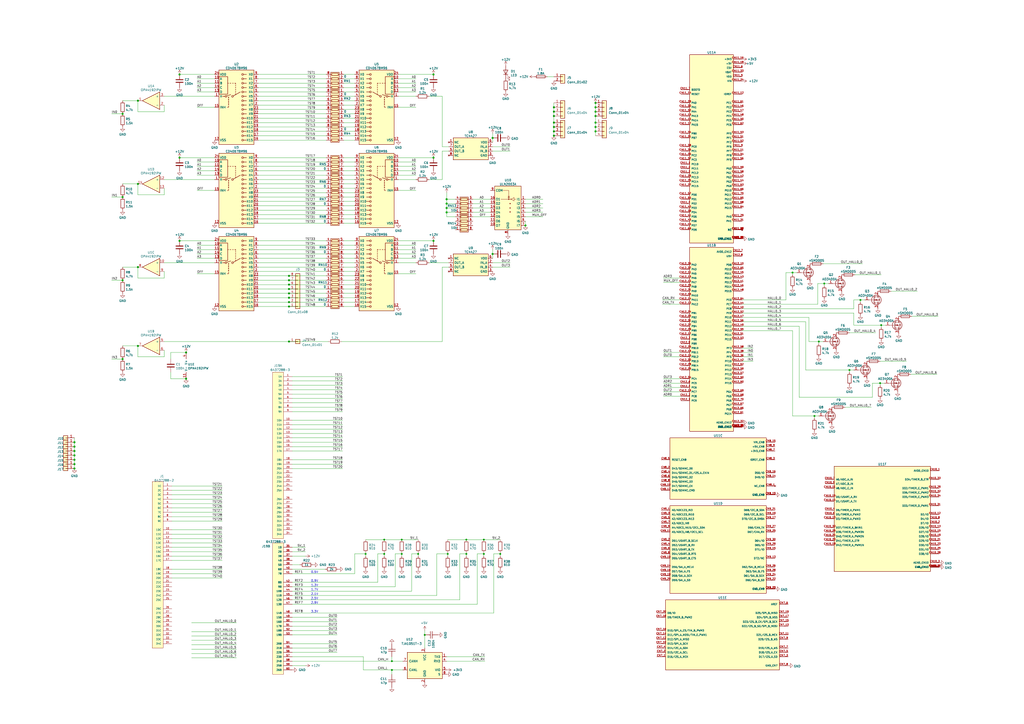
<source format=kicad_sch>
(kicad_sch (version 20230121) (generator eeschema)
  (paper "A2")
  (title_block (title "stim") (rev "0.2"))
  (junction (at 43.18 259.08) (diameter 1.016))
  (junction (at 167.64 160.02) (diameter 1.016))
  (junction (at 167.64 175.26) (diameter 1.016))
  (junction (at 104.14 91.44) (diameter 1.016))
  (junction (at 71.12 162.56) (diameter 1.016))
  (junction (at 321.31 76.2) (diameter 1.016))
  (junction (at 345.44 62.23) (diameter 1.016))
  (junction (at 492.76 214.63))
  (junction (at 345.44 76.2) (diameter 1.016))
  (junction (at 459.74 158.115))
  (junction (at 80.01 154.94) (diameter 1.016))
  (junction (at 43.18 261.62) (diameter 1.016))
  (junction (at 345.44 73.66) (diameter 1.016))
  (junction (at 510.54 222.25))
  (junction (at 321.31 73.66) (diameter 1.016))
  (junction (at 285.75 80.01) (diameter 1.016))
  (junction (at 321.31 78.74) (diameter 1.016))
  (junction (at 259.08 118.11) (diameter 1.016))
  (junction (at 167.64 198.12) (diameter 1.016))
  (junction (at 259.715 321.31))
  (junction (at 259.08 115.57) (diameter 1.016))
  (junction (at 233.045 321.31))
  (junction (at 71.12 114.3) (diameter 1.016))
  (junction (at 227.33 383.54))
  (junction (at 80.01 106.68) (diameter 1.016))
  (junction (at 104.14 43.18) (diameter 1.016))
  (junction (at 251.46 91.44) (diameter 1.016))
  (junction (at 242.57 321.31))
  (junction (at 43.18 269.24) (diameter 1.016))
  (junction (at 280.67 313.055))
  (junction (at 107.95 219.71) (diameter 1.016))
  (junction (at 304.8 130.81) (diameter 1.016))
  (junction (at 43.18 266.7) (diameter 1.016))
  (junction (at 222.885 321.31))
  (junction (at 251.46 139.7) (diameter 1.016))
  (junction (at 167.64 177.8) (diameter 1.016))
  (junction (at 43.18 271.78) (diameter 1.016))
  (junction (at 345.44 59.69) (diameter 1.016))
  (junction (at 71.12 208.28) (diameter 1.016))
  (junction (at 321.31 71.12) (diameter 1.016))
  (junction (at 474.98 198.12))
  (junction (at 345.44 64.77) (diameter 1.016))
  (junction (at 321.31 62.23) (diameter 1.016))
  (junction (at 222.885 313.055))
  (junction (at 270.51 313.055))
  (junction (at 321.31 64.77) (diameter 1.016))
  (junction (at 285.75 147.32) (diameter 1.016))
  (junction (at 478.155 164.465))
  (junction (at 107.95 204.47) (diameter 1.016))
  (junction (at 259.08 120.65) (diameter 1.016))
  (junction (at 345.44 71.12) (diameter 1.016))
  (junction (at 167.64 167.64) (diameter 1.016))
  (junction (at 345.44 67.31) (diameter 1.016))
  (junction (at 290.195 321.31))
  (junction (at 43.18 256.54) (diameter 1.016))
  (junction (at 280.67 321.31))
  (junction (at 472.44 241.3))
  (junction (at 499.11 173.99))
  (junction (at 71.12 66.04) (diameter 1.016))
  (junction (at 251.46 43.18) (diameter 1.016))
  (junction (at 233.045 313.055))
  (junction (at 80.01 58.42) (diameter 1.016))
  (junction (at 270.51 321.31))
  (junction (at 321.31 67.31) (diameter 1.016))
  (junction (at 80.01 200.66) (diameter 1.016))
  (junction (at 227.33 388.62))
  (junction (at 259.08 123.19) (diameter 1.016))
  (junction (at 246.38 368.3))
  (junction (at 43.18 264.16) (diameter 1.016))
  (junction (at 167.64 165.1) (diameter 1.016))
  (junction (at 167.64 172.72) (diameter 1.016))
  (junction (at 212.09 321.31))
  (junction (at 167.64 170.18) (diameter 1.016))
  (junction (at 167.64 162.56) (diameter 1.016))
  (junction (at 511.175 188.595))
  (junction (at 104.14 139.7) (diameter 1.016))
  (wire (pts (xy 430.53 181.61) (xy 495.3 181.61)))
  (wire (pts (xy 149.86 50.8) (xy 189.23 50.8)))
  (wire (pts (xy 199.39 50.8) (xy 205.74 50.8)))
  (wire (pts (xy 149.86 114.3) (xy 189.23 114.3)))
  (wire (pts (xy 199.39 114.3) (xy 205.74 114.3)))
  (wire (pts (xy 99.06 204.47) (xy 107.95 204.47)))
  (wire (pts (xy 99.06 208.28) (xy 99.06 204.47)))
  (wire (pts (xy 256.54 87.63) (xy 256.54 104.14)))
  (wire (pts (xy 256.54 104.14) (xy 248.92 104.14)))
  (wire (pts (xy 260.35 87.63) (xy 256.54 87.63)))
  (wire (pts (xy 205.74 321.31) (xy 205.74 332.74)))
  (wire (pts (xy 285.75 85.09) (xy 295.91 85.09)))
  (wire (pts (xy 124.46 48.26) (xy 114.3 48.26)))
  (wire (pts (xy 285.75 152.4) (xy 295.91 152.4)))
  (wire (pts (xy 231.14 99.06) (xy 241.3 99.06)))
  (wire (pts (xy 149.86 147.32) (xy 189.23 147.32)))
  (wire (pts (xy 199.39 147.32) (xy 205.74 147.32)))
  (wire (pts (xy 128.905 287.02) (xy 99.695 287.02)))
  (wire (pts (xy 169.545 383.54) (xy 227.33 383.54)))
  (wire (pts (xy 198.755 266.7) (xy 169.545 266.7)))
  (wire (pts (xy 495.3 173.99) (xy 499.11 173.99)))
  (wire (pts (xy 169.545 347.98) (xy 266.7 347.98)))
  (wire (pts (xy 231.14 96.52) (xy 241.3 96.52)))
  (wire (pts (xy 205.74 332.74) (xy 169.545 332.74)))
  (wire (pts (xy 314.96 125.73) (xy 304.8 125.73)))
  (wire (pts (xy 124.46 144.78) (xy 114.3 144.78)))
  (wire (pts (xy 227.33 383.54) (xy 233.68 383.54)))
  (wire (pts (xy 198.755 256.54) (xy 169.545 256.54)))
  (wire (pts (xy 231.14 147.32) (xy 241.3 147.32)))
  (wire (pts (xy 149.86 106.68) (xy 189.23 106.68)))
  (wire (pts (xy 199.39 106.68) (xy 205.74 106.68)))
  (wire (pts (xy 227.33 381) (xy 227.33 383.54)))
  (wire (pts (xy 513.08 222.25) (xy 510.54 222.25)))
  (wire (pts (xy 128.905 284.48) (xy 99.695 284.48)))
  (wire (pts (xy 231.14 158.75) (xy 241.3 158.75)))
  (wire (pts (xy 198.12 198.12) (xy 256.54 198.12)))
  (wire (pts (xy 256.54 154.94) (xy 260.35 154.94)))
  (wire (pts (xy 256.54 198.12) (xy 256.54 154.94)))
  (wire (pts (xy 137.16 368.935) (xy 111.125 368.935)))
  (wire (pts (xy 528.32 217.17) (xy 543.56 217.17)))
  (wire (pts (xy 285.75 87.63) (xy 295.91 87.63)))
  (wire (pts (xy 128.905 289.56) (xy 99.695 289.56)))
  (wire (pts (xy 242.57 321.31) (xy 242.57 322.58)))
  (wire (pts (xy 177.165 317.5) (xy 169.545 317.5)))
  (wire (pts (xy 149.86 129.54) (xy 189.23 129.54)))
  (wire (pts (xy 199.39 129.54) (xy 205.74 129.54)))
  (wire (pts (xy 149.86 124.46) (xy 189.23 124.46)))
  (wire (pts (xy 199.39 124.46) (xy 205.74 124.46)))
  (wire (pts (xy 64.77 208.28) (xy 71.12 208.28)))
  (wire (pts (xy 198.755 231.14) (xy 169.545 231.14)))
  (wire (pts (xy 474.345 164.465) (xy 478.155 164.465)))
  (wire (pts (xy 231.14 50.8) (xy 241.3 50.8)))
  (wire (pts (xy 231.14 152.4) (xy 241.3 152.4)))
  (wire (pts (xy 284.48 123.19) (xy 274.32 123.19)))
  (wire (pts (xy 128.905 320.04) (xy 99.695 320.04)))
  (wire (pts (xy 251.46 91.44) (xy 231.14 91.44)))
  (wire (pts (xy 495.3 214.63) (xy 492.76 214.63)))
  (wire (pts (xy 233.045 313.055) (xy 222.885 313.055)))
  (wire (pts (xy 317.5 44.45) (xy 321.31 44.45)))
  (wire (pts (xy 227.33 388.62) (xy 227.33 391.16)))
  (wire (pts (xy 124.46 149.86) (xy 114.3 149.86)))
  (wire (pts (xy 149.86 152.4) (xy 189.23 152.4)))
  (wire (pts (xy 199.39 152.4) (xy 205.74 152.4)))
  (wire (pts (xy 149.86 167.64) (xy 167.64 167.64)))
  (wire (pts (xy 167.64 167.64) (xy 189.23 167.64)))
  (wire (pts (xy 199.39 167.64) (xy 205.74 167.64)))
  (wire (pts (xy 195.58 368.3) (xy 169.545 368.3)))
  (wire (pts (xy 510.54 222.25) (xy 510.54 223.52)))
  (wire (pts (xy 490.22 236.22) (xy 505.46 236.22)))
  (wire (pts (xy 149.86 177.8) (xy 167.64 177.8)))
  (wire (pts (xy 167.64 177.8) (xy 189.23 177.8)))
  (wire (pts (xy 199.39 177.8) (xy 205.74 177.8)))
  (wire (pts (xy 321.31 59.69) (xy 321.31 62.23)))
  (wire (pts (xy 321.31 62.23) (xy 321.31 64.77)))
  (wire (pts (xy 321.31 64.77) (xy 321.31 67.31)))
  (wire (pts (xy 321.31 67.31) (xy 321.31 71.12)))
  (wire (pts (xy 321.31 71.12) (xy 321.31 73.66)))
  (wire (pts (xy 321.31 73.66) (xy 321.31 76.2)))
  (wire (pts (xy 321.31 76.2) (xy 321.31 78.74)))
  (wire (pts (xy 219.075 321.31) (xy 222.885 321.31)))
  (wire (pts (xy 149.86 109.22) (xy 189.23 109.22)))
  (wire (pts (xy 199.39 109.22) (xy 205.74 109.22)))
  (wire (pts (xy 394.97 219.71) (xy 384.81 219.71)))
  (wire (pts (xy 259.715 321.31) (xy 259.715 320.675)))
  (wire (pts (xy 266.7 321.31) (xy 270.51 321.31)))
  (wire (pts (xy 149.86 55.88) (xy 189.23 55.88)))
  (wire (pts (xy 199.39 55.88) (xy 205.74 55.88)))
  (wire (pts (xy 169.545 340.36) (xy 229.235 340.36)))
  (wire (pts (xy 430.53 191.77) (xy 459.74 191.77)))
  (wire (pts (xy 384.175 173.99) (xy 394.97 173.99)))
  (wire (pts (xy 43.18 254) (xy 43.18 256.54)))
  (wire (pts (xy 43.18 256.54) (xy 43.18 259.08)))
  (wire (pts (xy 43.18 259.08) (xy 43.18 261.62)))
  (wire (pts (xy 43.18 261.62) (xy 43.18 264.16)))
  (wire (pts (xy 43.18 264.16) (xy 43.18 266.7)))
  (wire (pts (xy 43.18 266.7) (xy 43.18 269.24)))
  (wire (pts (xy 43.18 269.24) (xy 43.18 271.78)))
  (wire (pts (xy 169.545 330.2) (xy 188.595 330.2)))
  (wire (pts (xy 124.46 50.8) (xy 114.3 50.8)))
  (wire (pts (xy 198.755 220.98) (xy 169.545 220.98)))
  (wire (pts (xy 212.09 322.58) (xy 212.09 321.31)))
  (wire (pts (xy 149.86 43.18) (xy 189.23 43.18)))
  (wire (pts (xy 199.39 43.18) (xy 205.74 43.18)))
  (wire (pts (xy 280.67 313.055) (xy 290.195 313.055)))
  (wire (pts (xy 149.86 53.34) (xy 189.23 53.34)))
  (wire (pts (xy 199.39 53.34) (xy 205.74 53.34)))
  (wire (pts (xy 474.98 198.12) (xy 474.98 199.39)))
  (wire (pts (xy 195.58 375.92) (xy 169.545 375.92)))
  (wire (pts (xy 104.14 91.44) (xy 124.46 91.44)))
  (wire (pts (xy 285.75 77.47) (xy 285.75 80.01)))
  (wire (pts (xy 285.75 80.01) (xy 285.75 82.55)))
  (wire (pts (xy 212.09 321.31) (xy 212.09 320.675)))
  (wire (pts (xy 506.095 230.505) (xy 506.095 222.25)))
  (wire (pts (xy 284.48 118.11) (xy 274.32 118.11)))
  (wire (pts (xy 149.86 63.5) (xy 189.23 63.5)))
  (wire (pts (xy 199.39 63.5) (xy 205.74 63.5)))
  (wire (pts (xy 149.86 111.76) (xy 189.23 111.76)))
  (wire (pts (xy 199.39 111.76) (xy 205.74 111.76)))
  (wire (pts (xy 128.905 314.96) (xy 99.695 314.96)))
  (wire (pts (xy 238.76 342.9) (xy 238.76 321.31)))
  (wire (pts (xy 516.89 168.91) (xy 532.13 168.91)))
  (wire (pts (xy 149.86 58.42) (xy 189.23 58.42)))
  (wire (pts (xy 199.39 58.42) (xy 205.74 58.42)))
  (wire (pts (xy 455.93 158.115) (xy 459.74 158.115)))
  (wire (pts (xy 251.46 139.7) (xy 231.14 139.7)))
  (wire (pts (xy 238.76 321.31) (xy 242.57 321.31)))
  (wire (pts (xy 394.97 222.25) (xy 384.81 222.25)))
  (wire (pts (xy 231.14 149.86) (xy 241.3 149.86)))
  (wire (pts (xy 253.365 321.31) (xy 259.715 321.31)))
  (wire (pts (xy 124.46 158.75) (xy 114.3 158.75)))
  (wire (pts (xy 149.86 60.96) (xy 189.23 60.96)))
  (wire (pts (xy 199.39 60.96) (xy 205.74 60.96)))
  (wire (pts (xy 198.755 226.06) (xy 169.545 226.06)))
  (wire (pts (xy 128.905 292.1) (xy 99.695 292.1)))
  (wire (pts (xy 256.54 55.88) (xy 248.92 55.88)))
  (wire (pts (xy 256.54 85.09) (xy 256.54 55.88)))
  (wire (pts (xy 260.35 85.09) (xy 256.54 85.09)))
  (wire (pts (xy 394.97 204.47) (xy 384.81 204.47)))
  (wire (pts (xy 477.52 153.035) (xy 500.38 153.035)))
  (wire (pts (xy 492.76 193.04) (xy 508 193.04)))
  (wire (pts (xy 394.97 229.87) (xy 384.81 229.87)))
  (wire (pts (xy 492.76 214.63) (xy 492.76 215.9)))
  (wire (pts (xy 149.86 175.26) (xy 167.64 175.26)))
  (wire (pts (xy 167.64 175.26) (xy 189.23 175.26)))
  (wire (pts (xy 199.39 175.26) (xy 205.74 175.26)))
  (wire (pts (xy 394.97 224.79) (xy 384.81 224.79)))
  (wire (pts (xy 124.46 62.23) (xy 114.3 62.23)))
  (wire (pts (xy 284.48 120.65) (xy 274.32 120.65)))
  (wire (pts (xy 128.905 307.34) (xy 99.695 307.34)))
  (wire (pts (xy 128.905 317.5) (xy 99.695 317.5)))
  (wire (pts (xy 469.265 198.12) (xy 474.98 198.12)))
  (wire (pts (xy 95.25 152.4) (xy 124.46 152.4)))
  (wire (pts (xy 149.86 121.92) (xy 189.23 121.92)))
  (wire (pts (xy 199.39 121.92) (xy 205.74 121.92)))
  (wire (pts (xy 285.75 154.94) (xy 295.91 154.94)))
  (wire (pts (xy 270.51 313.055) (xy 280.67 313.055)))
  (wire (pts (xy 474.345 176.53) (xy 474.345 164.465)))
  (wire (pts (xy 231.14 53.34) (xy 241.3 53.34)))
  (wire (pts (xy 314.96 120.65) (xy 304.8 120.65)))
  (wire (pts (xy 286.385 321.31) (xy 286.385 355.6)))
  (wire (pts (xy 276.86 321.31) (xy 276.86 350.52)))
  (wire (pts (xy 384.175 176.53) (xy 394.97 176.53)))
  (wire (pts (xy 128.905 294.64) (xy 99.695 294.64)))
  (wire (pts (xy 495.935 159.385) (xy 511.175 159.385)))
  (wire (pts (xy 463.55 189.23) (xy 463.55 230.505)))
  (wire (pts (xy 149.86 81.28) (xy 189.23 81.28)))
  (wire (pts (xy 199.39 81.28) (xy 205.74 81.28)))
  (wire (pts (xy 231.14 110.49) (xy 241.3 110.49)))
  (wire (pts (xy 286.385 321.31) (xy 290.195 321.31)))
  (wire (pts (xy 149.86 96.52) (xy 189.23 96.52)))
  (wire (pts (xy 199.39 96.52) (xy 205.74 96.52)))
  (wire (pts (xy 149.86 78.74) (xy 189.23 78.74)))
  (wire (pts (xy 199.39 78.74) (xy 205.74 78.74)))
  (wire (pts (xy 495.3 181.61) (xy 495.3 188.595)))
  (wire (pts (xy 198.755 254) (xy 169.545 254)))
  (wire (pts (xy 124.46 142.24) (xy 114.3 142.24)))
  (wire (pts (xy 177.165 322.58) (xy 169.545 322.58)))
  (wire (pts (xy 149.86 116.84) (xy 189.23 116.84)))
  (wire (pts (xy 199.39 116.84) (xy 205.74 116.84)))
  (wire (pts (xy 95.25 55.88) (xy 124.46 55.88)))
  (wire (pts (xy 80.01 154.94) (xy 80.01 161.29)))
  (wire (pts (xy 80.01 161.29) (xy 95.25 161.29)))
  (wire (pts (xy 95.25 157.48) (xy 95.25 161.29)))
  (wire (pts (xy 436.88 207.01) (xy 430.53 207.01)))
  (wire (pts (xy 394.97 163.83) (xy 384.81 163.83)))
  (wire (pts (xy 149.86 149.86) (xy 189.23 149.86)))
  (wire (pts (xy 199.39 149.86) (xy 205.74 149.86)))
  (wire (pts (xy 149.86 73.66) (xy 189.23 73.66)))
  (wire (pts (xy 199.39 73.66) (xy 205.74 73.66)))
  (wire (pts (xy 436.88 209.55) (xy 430.53 209.55)))
  (wire (pts (xy 195.58 373.38) (xy 169.545 373.38)))
  (wire (pts (xy 231.14 48.26) (xy 241.3 48.26)))
  (wire (pts (xy 169.545 381) (xy 210.82 381)))
  (wire (pts (xy 231.14 101.6) (xy 241.3 101.6)))
  (wire (pts (xy 198.755 218.44) (xy 169.545 218.44)))
  (wire (pts (xy 259.715 322.58) (xy 259.715 321.31)))
  (wire (pts (xy 124.46 45.72) (xy 114.3 45.72)))
  (wire (pts (xy 149.86 93.98) (xy 189.23 93.98)))
  (wire (pts (xy 199.39 93.98) (xy 205.74 93.98)))
  (wire (pts (xy 430.53 186.69) (xy 467.36 186.69)))
  (wire (pts (xy 467.36 214.63) (xy 492.76 214.63)))
  (wire (pts (xy 231.14 144.78) (xy 241.3 144.78)))
  (wire (pts (xy 284.48 115.57) (xy 274.32 115.57)))
  (wire (pts (xy 198.755 246.38) (xy 169.545 246.38)))
  (wire (pts (xy 231.14 62.23) (xy 241.3 62.23)))
  (wire (pts (xy 242.57 313.055) (xy 233.045 313.055)))
  (wire (pts (xy 137.16 379.095) (xy 111.125 379.095)))
  (wire (pts (xy 137.16 376.555) (xy 111.125 376.555)))
  (wire (pts (xy 394.97 227.33) (xy 384.81 227.33)))
  (wire (pts (xy 270.51 313.055) (xy 259.715 313.055)))
  (wire (pts (xy 124.46 53.34) (xy 114.3 53.34)))
  (wire (pts (xy 259.08 111.76) (xy 259.08 115.57)))
  (wire (pts (xy 259.08 115.57) (xy 259.08 118.11)))
  (wire (pts (xy 259.08 118.11) (xy 259.08 120.65)))
  (wire (pts (xy 259.08 120.65) (xy 259.08 123.19)))
  (wire (pts (xy 259.08 123.19) (xy 259.08 125.73)))
  (wire (pts (xy 149.86 91.44) (xy 189.23 91.44)))
  (wire (pts (xy 199.39 91.44) (xy 205.74 91.44)))
  (wire (pts (xy 177.165 320.04) (xy 169.545 320.04)))
  (wire (pts (xy 463.55 230.505) (xy 506.095 230.505)))
  (wire (pts (xy 394.97 207.01) (xy 384.81 207.01)))
  (wire (pts (xy 290.195 320.675) (xy 290.195 321.31)))
  (wire (pts (xy 229.235 340.36) (xy 229.235 321.31)))
  (wire (pts (xy 436.88 204.47) (xy 430.53 204.47)))
  (wire (pts (xy 128.905 302.26) (xy 99.695 302.26)))
  (wire (pts (xy 198.755 251.46) (xy 169.545 251.46)))
  (wire (pts (xy 459.74 191.77) (xy 459.74 241.3)))
  (wire (pts (xy 149.86 154.94) (xy 189.23 154.94)))
  (wire (pts (xy 199.39 154.94) (xy 205.74 154.94)))
  (wire (pts (xy 71.12 154.94) (xy 80.01 154.94)))
  (wire (pts (xy 124.46 96.52) (xy 114.3 96.52)))
  (wire (pts (xy 430.53 173.99) (xy 455.93 173.99)))
  (wire (pts (xy 71.12 58.42) (xy 80.01 58.42)))
  (wire (pts (xy 246.38 365.76) (xy 246.38 368.3)))
  (wire (pts (xy 149.86 160.02) (xy 167.64 160.02)))
  (wire (pts (xy 167.64 160.02) (xy 189.23 160.02)))
  (wire (pts (xy 199.39 160.02) (xy 205.74 160.02)))
  (wire (pts (xy 430.53 189.23) (xy 463.55 189.23)))
  (wire (pts (xy 229.235 321.31) (xy 233.045 321.31)))
  (wire (pts (xy 259.08 125.73) (xy 264.16 125.73)))
  (wire (pts (xy 231.14 55.88) (xy 241.3 55.88)))
  (wire (pts (xy 149.86 71.12) (xy 189.23 71.12)))
  (wire (pts (xy 199.39 71.12) (xy 205.74 71.12)))
  (wire (pts (xy 246.38 368.3) (xy 246.38 375.92)))
  (wire (pts (xy 177.165 386.08) (xy 169.545 386.08)))
  (wire (pts (xy 104.14 139.7) (xy 124.46 139.7)))
  (wire (pts (xy 222.885 321.31) (xy 222.885 322.58)))
  (wire (pts (xy 195.58 378.46) (xy 169.545 378.46)))
  (wire (pts (xy 149.86 99.06) (xy 189.23 99.06)))
  (wire (pts (xy 199.39 99.06) (xy 205.74 99.06)))
  (wire (pts (xy 276.86 321.31) (xy 280.67 321.31)))
  (wire (pts (xy 210.82 388.62) (xy 227.33 388.62)))
  (wire (pts (xy 149.86 76.2) (xy 189.23 76.2)))
  (wire (pts (xy 199.39 76.2) (xy 205.74 76.2)))
  (wire (pts (xy 314.96 118.11) (xy 304.8 118.11)))
  (wire (pts (xy 149.86 68.58) (xy 189.23 68.58)))
  (wire (pts (xy 199.39 68.58) (xy 205.74 68.58)))
  (wire (pts (xy 137.16 366.395) (xy 111.125 366.395)))
  (wire (pts (xy 149.86 104.14) (xy 189.23 104.14)))
  (wire (pts (xy 199.39 104.14) (xy 205.74 104.14)))
  (wire (pts (xy 280.67 321.31) (xy 280.67 322.58)))
  (wire (pts (xy 128.905 297.18) (xy 99.695 297.18)))
  (wire (pts (xy 149.86 48.26) (xy 189.23 48.26)))
  (wire (pts (xy 199.39 48.26) (xy 205.74 48.26)))
  (wire (pts (xy 124.46 147.32) (xy 114.3 147.32)))
  (wire (pts (xy 128.905 332.74) (xy 99.695 332.74)))
  (wire (pts (xy 231.14 45.72) (xy 241.3 45.72)))
  (wire (pts (xy 480.695 164.465) (xy 478.155 164.465)))
  (wire (pts (xy 270.51 321.31) (xy 270.51 322.58)))
  (wire (pts (xy 149.86 45.72) (xy 189.23 45.72)))
  (wire (pts (xy 199.39 45.72) (xy 205.74 45.72)))
  (wire (pts (xy 259.08 118.11) (xy 264.16 118.11)))
  (wire (pts (xy 198.755 248.92) (xy 169.545 248.92)))
  (wire (pts (xy 259.08 381) (xy 281.305 381)))
  (wire (pts (xy 472.44 241.3) (xy 472.44 242.57)))
  (wire (pts (xy 506.095 222.25) (xy 510.54 222.25)))
  (wire (pts (xy 198.755 233.68) (xy 169.545 233.68)))
  (wire (pts (xy 195.58 363.22) (xy 169.545 363.22)))
  (wire (pts (xy 233.045 321.31) (xy 233.045 322.58)))
  (wire (pts (xy 219.075 337.82) (xy 219.075 321.31)))
  (wire (pts (xy 169.545 342.9) (xy 238.76 342.9)))
  (wire (pts (xy 149.86 165.1) (xy 167.64 165.1)))
  (wire (pts (xy 167.64 165.1) (xy 189.23 165.1)))
  (wire (pts (xy 199.39 165.1) (xy 205.74 165.1)))
  (wire (pts (xy 394.97 161.29) (xy 384.81 161.29)))
  (wire (pts (xy 501.65 173.99) (xy 499.11 173.99)))
  (wire (pts (xy 149.86 119.38) (xy 189.23 119.38)))
  (wire (pts (xy 199.39 119.38) (xy 205.74 119.38)))
  (wire (pts (xy 71.12 200.66) (xy 80.01 200.66)))
  (wire (pts (xy 169.545 350.52) (xy 276.86 350.52)))
  (wire (pts (xy 169.545 355.6) (xy 286.385 355.6)))
  (wire (pts (xy 99.06 215.9) (xy 99.06 219.71)))
  (wire (pts (xy 99.06 219.71) (xy 107.95 219.71)))
  (wire (pts (xy 284.48 125.73) (xy 274.32 125.73)))
  (wire (pts (xy 231.14 142.24) (xy 241.3 142.24)))
  (wire (pts (xy 248.92 152.4) (xy 260.35 152.4)))
  (wire (pts (xy 149.86 170.18) (xy 167.64 170.18)))
  (wire (pts (xy 167.64 170.18) (xy 189.23 170.18)))
  (wire (pts (xy 199.39 170.18) (xy 205.74 170.18)))
  (wire (pts (xy 128.905 312.42) (xy 99.695 312.42)))
  (wire (pts (xy 436.88 201.93) (xy 430.53 201.93)))
  (wire (pts (xy 290.195 321.31) (xy 290.195 322.58)))
  (wire (pts (xy 198.755 259.08) (xy 169.545 259.08)))
  (wire (pts (xy 259.08 115.57) (xy 264.16 115.57)))
  (wire (pts (xy 198.755 243.84) (xy 169.545 243.84)))
  (wire (pts (xy 169.545 345.44) (xy 253.365 345.44)))
  (wire (pts (xy 124.46 101.6) (xy 114.3 101.6)))
  (wire (pts (xy 477.52 198.12) (xy 474.98 198.12)))
  (wire (pts (xy 253.365 321.31) (xy 253.365 345.44)))
  (wire (pts (xy 210.82 381) (xy 210.82 388.62)))
  (wire (pts (xy 128.905 330.2) (xy 99.695 330.2)))
  (wire (pts (xy 149.86 157.48) (xy 189.23 157.48)))
  (wire (pts (xy 199.39 157.48) (xy 205.74 157.48)))
  (wire (pts (xy 227.33 388.62) (xy 233.68 388.62)))
  (wire (pts (xy 510.54 209.55) (xy 525.78 209.55)))
  (wire (pts (xy 128.905 309.88) (xy 99.695 309.88)))
  (wire (pts (xy 270.51 320.675) (xy 270.51 321.31)))
  (wire (pts (xy 198.755 271.78) (xy 169.545 271.78)))
  (wire (pts (xy 195.58 358.14) (xy 169.545 358.14)))
  (wire (pts (xy 137.16 361.315) (xy 111.125 361.315)))
  (wire (pts (xy 128.905 322.58) (xy 99.695 322.58)))
  (wire (pts (xy 499.11 173.99) (xy 499.11 175.26)))
  (wire (pts (xy 167.64 198.12) (xy 95.25 198.12)))
  (wire (pts (xy 190.5 198.12) (xy 167.64 198.12)))
  (wire (pts (xy 198.755 261.62) (xy 169.545 261.62)))
  (wire (pts (xy 459.74 241.3) (xy 472.44 241.3)))
  (wire (pts (xy 137.16 381.635) (xy 111.125 381.635)))
  (wire (pts (xy 430.53 179.07) (xy 495.3 179.07)))
  (wire (pts (xy 467.36 186.69) (xy 467.36 214.63)))
  (wire (pts (xy 469.265 184.15) (xy 469.265 198.12)))
  (wire (pts (xy 95.25 104.14) (xy 124.46 104.14)))
  (wire (pts (xy 511.175 188.595) (xy 511.175 189.865)))
  (wire (pts (xy 169.545 337.82) (xy 219.075 337.82)))
  (wire (pts (xy 242.57 320.675) (xy 242.57 321.31)))
  (wire (pts (xy 128.905 325.12) (xy 99.695 325.12)))
  (wire (pts (xy 198.755 236.22) (xy 169.545 236.22)))
  (wire (pts (xy 198.755 238.76) (xy 169.545 238.76)))
  (wire (pts (xy 80.01 200.66) (xy 80.01 207.01)))
  (wire (pts (xy 80.01 207.01) (xy 95.25 207.01)))
  (wire (pts (xy 95.25 203.2) (xy 95.25 207.01)))
  (wire (pts (xy 259.08 383.54) (xy 281.305 383.54)))
  (wire (pts (xy 259.08 123.19) (xy 264.16 123.19)))
  (wire (pts (xy 459.74 158.115) (xy 459.74 159.385)))
  (wire (pts (xy 149.86 142.24) (xy 189.23 142.24)))
  (wire (pts (xy 199.39 142.24) (xy 205.74 142.24)))
  (wire (pts (xy 314.96 115.57) (xy 304.8 115.57)))
  (wire (pts (xy 71.12 106.68) (xy 80.01 106.68)))
  (wire (pts (xy 314.96 123.19) (xy 304.8 123.19)))
  (wire (pts (xy 251.46 43.18) (xy 231.14 43.18)))
  (wire (pts (xy 304.8 128.27) (xy 304.8 130.81)))
  (wire (pts (xy 80.01 58.42) (xy 80.01 64.77)))
  (wire (pts (xy 80.01 64.77) (xy 95.25 64.77)))
  (wire (pts (xy 95.25 64.77) (xy 95.25 60.96)))
  (wire (pts (xy 64.77 66.04) (xy 71.12 66.04)))
  (wire (pts (xy 128.905 299.72) (xy 99.695 299.72)))
  (wire (pts (xy 64.77 114.3) (xy 71.12 114.3)))
  (wire (pts (xy 149.86 144.78) (xy 189.23 144.78)))
  (wire (pts (xy 199.39 144.78) (xy 205.74 144.78)))
  (wire (pts (xy 149.86 66.04) (xy 189.23 66.04)))
  (wire (pts (xy 199.39 66.04) (xy 205.74 66.04)))
  (wire (pts (xy 528.955 183.515) (xy 544.195 183.515)))
  (wire (pts (xy 430.53 184.15) (xy 469.265 184.15)))
  (wire (pts (xy 513.715 188.595) (xy 511.175 188.595)))
  (wire (pts (xy 149.86 139.7) (xy 189.23 139.7)))
  (wire (pts (xy 199.39 139.7) (xy 205.74 139.7)))
  (wire (pts (xy 474.98 241.3) (xy 472.44 241.3)))
  (wire (pts (xy 205.74 321.31) (xy 212.09 321.31)))
  (wire (pts (xy 459.74 158.115) (xy 462.28 158.115)))
  (wire (pts (xy 222.885 320.675) (xy 222.885 321.31)))
  (wire (pts (xy 430.53 176.53) (xy 474.345 176.53)))
  (wire (pts (xy 495.3 179.07) (xy 495.3 173.99)))
  (wire (pts (xy 478.155 164.465) (xy 478.155 165.735)))
  (wire (pts (xy 195.58 365.76) (xy 169.545 365.76)))
  (wire (pts (xy 169.545 327.66) (xy 173.99 327.66)))
  (wire (pts (xy 137.16 374.015) (xy 111.125 374.015)))
  (wire (pts (xy 198.755 269.24) (xy 169.545 269.24)))
  (wire (pts (xy 149.86 101.6) (xy 189.23 101.6)))
  (wire (pts (xy 199.39 101.6) (xy 205.74 101.6)))
  (wire (pts (xy 259.08 120.65) (xy 264.16 120.65)))
  (wire (pts (xy 149.86 162.56) (xy 167.64 162.56)))
  (wire (pts (xy 167.64 162.56) (xy 189.23 162.56)))
  (wire (pts (xy 199.39 162.56) (xy 205.74 162.56)))
  (wire (pts (xy 124.46 93.98) (xy 114.3 93.98)))
  (wire (pts (xy 149.86 172.72) (xy 167.64 172.72)))
  (wire (pts (xy 167.64 172.72) (xy 189.23 172.72)))
  (wire (pts (xy 199.39 172.72) (xy 205.74 172.72)))
  (wire (pts (xy 149.86 127) (xy 189.23 127)))
  (wire (pts (xy 199.39 127) (xy 205.74 127)))
  (wire (pts (xy 455.93 158.115) (xy 455.93 173.99)))
  (wire (pts (xy 222.885 313.055) (xy 212.09 313.055)))
  (wire (pts (xy 345.44 59.69) (xy 345.44 62.23)))
  (wire (pts (xy 345.44 62.23) (xy 345.44 64.77)))
  (wire (pts (xy 345.44 64.77) (xy 345.44 67.31)))
  (wire (pts (xy 345.44 67.31) (xy 345.44 71.12)))
  (wire (pts (xy 345.44 71.12) (xy 345.44 73.66)))
  (wire (pts (xy 345.44 73.66) (xy 345.44 76.2)))
  (wire (pts (xy 345.44 76.2) (xy 345.44 78.74)))
  (wire (pts (xy 195.58 360.68) (xy 169.545 360.68)))
  (wire (pts (xy 128.905 281.94) (xy 99.695 281.94)))
  (wire (pts (xy 280.67 320.675) (xy 280.67 321.31)))
  (wire (pts (xy 124.46 110.49) (xy 114.3 110.49)))
  (wire (pts (xy 128.905 335.28) (xy 99.695 335.28)))
  (wire (pts (xy 124.46 99.06) (xy 114.3 99.06)))
  (wire (pts (xy 233.045 320.675) (xy 233.045 321.31)))
  (wire (pts (xy 137.16 371.475) (xy 111.125 371.475)))
  (wire (pts (xy 285.75 144.78) (xy 285.75 147.32)))
  (wire (pts (xy 285.75 147.32) (xy 285.75 149.86)))
  (wire (pts (xy 266.7 321.31) (xy 266.7 347.98)))
  (wire (pts (xy 495.3 188.595) (xy 511.175 188.595)))
  (wire (pts (xy 198.755 228.6) (xy 169.545 228.6)))
  (wire (pts (xy 80.01 106.68) (xy 80.01 113.03)))
  (wire (pts (xy 80.01 113.03) (xy 95.25 113.03)))
  (wire (pts (xy 95.25 109.22) (xy 95.25 113.03)))
  (wire (pts (xy 231.14 104.14) (xy 241.3 104.14)))
  (wire (pts (xy 231.14 93.98) (xy 241.3 93.98)))
  (wire (pts (xy 104.14 43.18) (xy 124.46 43.18)))
  (wire (pts (xy 198.755 223.52) (xy 169.545 223.52)))
  (wire (pts (xy 64.77 162.56) (xy 71.12 162.56)))
  (text "1.3V" (at 180.34 340.36 0) (effects (font (size 1.27 1.27)) (justify left bottom)))
  (text "2.9V" (at 180.34 350.52 0) (effects (font (size 1.27 1.27)) (justify left bottom)))
  (text "0.9V" (at 180.34 337.82 0) (effects (font (size 1.27 1.27)) (justify left bottom)))
  (text "1.7V" (at 180.34 342.9 0) (effects (font (size 1.27 1.27)) (justify left bottom)))
  (text "0.5V" (at 180.34 332.74 0) (effects (font (size 1.27 1.27)) (justify left bottom)))
  (text "2.1V" (at 180.34 345.44 0) (effects (font (size 1.27 1.27)) (justify left bottom)))
  (text "3.3V" (at 180.34 355.6 0) (effects (font (size 1.27 1.27)) (justify left bottom)))
  (text "2.5V" (at 180.34 347.98 0) (effects (font (size 1.27 1.27)) (justify left bottom)))
  (label "TST10" (at 182.88 66.04 180))
  (label "A1" (at 278.13 118.11 0))
  (label "TST38" (at 182.88 152.4 180))
  (label "TST22" (at 128.905 284.48 180))
  (label "TST46" (at 182.88 172.72 180))
  (label "TST19" (at 198.755 269.24 180))
  (label "TST29" (at 182.88 121.92 180))
  (label "TST21" (at 182.88 101.6 180))
  (label "TST18" (at 182.88 93.98 180))
  (label "REF3" (at 170.815 340.36 0))
  (label "TST6" (at 182.88 55.88 180))
  (label "CAN_TX" (at 281.305 381 180))
  (label "A0" (at 241.3 45.72 180))
  (label "TST15" (at 198.755 256.54 180))
  (label "OUT2" (at 195.58 363.22 180))
  (label "TST28" (at 128.905 299.72 180))
  (label "TST9" (at 198.755 238.76 180))
  (label "TST35" (at 182.88 144.78 180))
  (label "IN3" (at 64.77 208.28 0))
  (label "ADR0" (at 308.61 115.57 0))
  (label "OFF" (at 114.3 62.23 0))
  (label "OUT2" (at 384.81 227.33 0))
  (label "OUT0" (at 384.81 207.01 0))
  (label "IN3" (at 436.88 209.55 180))
  (label "TST12" (at 198.755 248.92 180))
  (label "OUT_HALL0_4" (at 137.16 374.015 180))
  (label "A0" (at 278.13 115.57 0))
  (label "TST39" (at 128.905 332.74 180))
  (label "ADR3" (at 384.81 161.29 0))
  (label "TST20" (at 198.755 271.78 180))
  (label "OUT_HALL0_0" (at 500.38 153.035 180))
  (label "TST12" (at 182.88 71.12 180))
  (label "CAN_RX" (at 281.305 383.54 180))
  (label "TST21" (at 128.905 281.94 180))
  (label "5V_1" (at 177.165 317.5 180))
  (label "5V_2" (at 177.165 320.04 180))
  (label "TST31" (at 128.905 309.88 180))
  (label "OUT_HALL0_4" (at 508 193.04 180))
  (label "TST27" (at 128.905 297.18 180))
  (label "A1" (at 114.3 96.52 0))
  (label "OUT_HALL0_1" (at 137.16 366.395 180))
  (label "TST32" (at 128.905 312.42 180))
  (label "IN0" (at 436.88 204.47 180))
  (label "TST33" (at 182.88 139.7 180))
  (label "HALL0_3" (at 445.135 181.61 0))
  (label "IN2" (at 64.77 162.56 0))
  (label "ADR1" (at 384.81 224.79 0))
  (label "IN1" (at 436.88 207.01 180))
  (label "OUT_HALL0_5" (at 525.78 209.55 180))
  (label "TST16" (at 198.755 259.08 180))
  (label "TST7" (at 182.88 58.42 180))
  (label "HALL0_0" (at 445.135 173.99 0))
  (label "A2" (at 114.3 99.06 0))
  (label "A3" (at 241.3 101.6 180))
  (label "TST23" (at 182.88 106.68 180))
  (label "HALL0_4" (at 445.135 184.15 0))
  (label "TST36" (at 128.905 322.58 180))
  (label "A0" (at 114.3 93.98 0))
  (label "OUT2" (at 295.91 152.4 180))
  (label "A3" (at 114.3 53.34 0))
  (label "OFF" (at 241.3 110.49 180))
  (label "TST1" (at 182.88 43.18 180))
  (label "5V_1" (at 242.57 313.055 180))
  (label "TST38" (at 128.905 330.2 180))
  (label "TST37" (at 128.905 325.12 180))
  (label "TST2" (at 182.88 45.72 180))
  (label "OFF" (at 114.3 158.75 0))
  (label "TST25" (at 182.88 111.76 180))
  (label "REF8" (at 170.815 355.6 0))
  (label "TST27" (at 182.88 116.84 180))
  (label "TST3" (at 198.755 223.52 180))
  (label "TST11" (at 182.88 68.58 180))
  (label "OUT3" (at 195.58 365.76 180))
  (label "CAN_H" (at 219.075 383.54 0))
  (label "REF2" (at 170.815 337.82 0))
  (label "TST24" (at 128.905 289.56 180))
  (label "HALL0_6" (at 445.135 189.23 0))
  (label "TST14" (at 182.88 76.2 180))
  (label "OUT0" (at 195.58 358.14 180))
  (label "REF7" (at 170.815 350.52 0))
  (label "TST18" (at 198.755 266.7 180))
  (label "TST10" (at 198.755 243.84 180))
  (label "TST28" (at 182.88 119.38 180))
  (label "TST14" (at 198.755 254 180))
  (label "A3" (at 278.13 123.19 0))
  (label "OUT_HALL0_6" (at 543.56 217.17 180))
  (label "A1" (at 241.3 96.52 180))
  (label "OUT1" (at 295.91 87.63 180))
  (label "OUT_HALL0_7" (at 505.46 236.22 180))
  (label "OUT_HALL0_6" (at 137.16 379.095 180))
  (label "TST26" (at 182.88 114.3 180))
  (label "CAN_RX" (at 384.175 173.99 0))
  (label "TST41" (at 182.88 160.02 180))
  (label "ADR0" (at 384.81 229.87 0))
  (label "A2" (at 241.3 99.06 180))
  (label "TST7" (at 198.755 233.68 180))
  (label "IN2" (at 436.88 201.93 180))
  (label "TST40" (at 128.905 335.28 180))
  (label "TST11" (at 198.755 246.38 180))
  (label "TST42" (at 182.88 162.56 180))
  (label "TST16" (at 182.88 81.28 180))
  (label "A2" (at 278.13 120.65 0))
  (label "OUT_HALL0_1" (at 511.175 159.385 180))
  (label "OFF" (at 114.3 110.49 0))
  (label "TST1" (at 198.755 218.44 180))
  (label "TST30" (at 182.88 124.46 180))
  (label "ADR1" (at 308.61 118.11 0))
  (label "OUT7" (at 195.58 378.46 180))
  (label "TST5" (at 198.755 228.6 180))
  (label "A3" (at 114.3 101.6 0))
  (label "TST26" (at 128.905 294.64 180))
  (label "TST31" (at 182.88 127 180))
  (label "TST9" (at 182.88 63.5 180))
  (label "TST48" (at 182.88 177.8 180))
  (label "A0" (at 241.3 142.24 180))
  (label "REF5" (at 170.815 345.44 0))
  (label "A2" (at 241.3 147.32 180))
  (label "TST30" (at 128.905 307.34 180))
  (label "A3" (at 241.3 149.86 180))
  (label "TST34" (at 182.88 142.24 180))
  (label "ADR2" (at 384.81 222.25 0))
  (label "OUT_HALL0_2" (at 137.16 368.935 180))
  (label "TST29" (at 128.905 302.26 180))
  (label "TST24" (at 182.88 109.22 180))
  (label "ADR2" (at 308.61 120.65 0))
  (label "TST5" (at 182.88 53.34 180))
  (label "CAN_TX" (at 384.175 176.53 0))
  (label "TST13" (at 182.88 73.66 180))
  (label "A2" (at 114.3 147.32 0))
  (label "TST44" (at 182.88 167.64 180))
  (label "OUT_HALL0_0" (at 137.16 361.315 180))
  (label "TST22" (at 182.88 104.14 180))
  (label "OFF" (at 241.3 62.23 180))
  (label "ADR3" (at 308.61 123.19 0))
  (label "OUT_HALL0_2" (at 532.13 168.91 180))
  (label "TST40" (at 182.88 157.48 180))
  (label "5V_2" (at 290.195 313.055 180))
  (label "TST20" (at 182.88 99.06 180))
  (label "A3" (at 114.3 149.86 0))
  (label "A1" (at 241.3 144.78 180))
  (label "A2" (at 241.3 50.8 180))
  (label "OFF" (at 241.3 158.75 180))
  (label "HALL0_7" (at 445.135 191.77 0))
  (label "HALL0_5" (at 445.135 186.69 0))
  (label "TST17" (at 182.88 91.44 180))
  (label "OUT_HALL0_3" (at 544.195 183.515 180))
  (label "TST4" (at 198.755 226.06 180))
  (label "OUT3" (at 295.91 154.94 180))
  (label "A1" (at 114.3 48.26 0))
  (label "A0" (at 114.3 45.72 0))
  (label "A3" (at 241.3 53.34 180))
  (label "TST32" (at 182.88 129.54 180))
  (label "TST2" (at 198.755 220.98 180))
  (label "TST45" (at 182.88 170.18 180))
  (label "TST49" (at 182.88 198.12 180))
  (label "HALL0_2" (at 445.135 179.07 0))
  (label "OUT_HALL0_7" (at 137.16 381.635 180))
  (label "OUT1" (at 195.58 360.68 180))
  (label "OUT5" (at 195.58 373.38 180))
  (label "TST17" (at 198.755 261.62 180))
  (label "TST36" (at 182.88 147.32 180))
  (label "TST13" (at 198.755 251.46 180))
  (label "OFF" (at 278.13 125.73 0))
  (label "CAN_L" (at 219.075 388.62 0))
  (label "A0" (at 241.3 93.98 180))
  (label "TST15" (at 182.88 78.74 180))
  (label "REF1" (at 170.815 332.74 0))
  (label "OUT6" (at 195.58 375.92 180))
  (label "A1" (at 114.3 144.78 0))
  (label "TST3" (at 182.88 48.26 180))
  (label "IN1" (at 64.77 114.3 0))
  (label "OUT1" (at 384.81 204.47 0))
  (label "MUX_OFF" (at 308.61 125.73 0))
  (label "TST43" (at 182.88 165.1 180))
  (label "TST4" (at 182.88 50.8 180))
  (label "MUX_OFF" (at 384.81 163.83 0))
  (label "OUT_HALL0_3" (at 137.16 371.475 180))
  (label "A2" (at 114.3 50.8 0))
  (label "TST6" (at 198.755 231.14 180))
  (label "REF6" (at 170.815 347.98 0))
  (label "TST33" (at 128.905 314.96 180))
  (label "TST47" (at 182.88 175.26 180))
  (label "TST8" (at 198.755 236.22 180))
  (label "OUT3" (at 384.81 219.71 0))
  (label "OUT_HALL0_5" (at 137.16 376.555 180))
  (label "TST39" (at 182.88 154.94 180))
  (label "TST23" (at 128.905 287.02 180))
  (label "TST34" (at 128.905 317.5 180))
  (label "TST35" (at 128.905 320.04 180))
  (label "TST8" (at 182.88 60.96 180))
  (label "OUT0" (at 295.91 85.09 180))
  (label "TST25" (at 128.905 292.1 180))
  (label "TST37" (at 182.88 149.86 180))
  (label "A1" (at 241.3 48.26 180))
  (label "OUT4" (at 195.58 368.3 180))
  (label "A0" (at 114.3 142.24 0))
  (label "HALL0_1" (at 445.135 176.53 0))
  (label "REF4" (at 170.815 342.9 0))
  (label "TST19" (at 182.88 96.52 180))
  (label "IN0" (at 64.77 66.04 0))
  (symbol (lib_id "power:GND") (at 107.95 219.71 0) (mirror y) (unit 1)
    (property "Reference" "#PWR0109" (effects hide))
    (property "Value" "GND" (at 107.95 224.0344 0))
  )
  (symbol (lib_id "Connector_Generic:Conn_01x04") (at 350.52 62.23 0) (unit 1)
    (property "Reference" "J8" (at 353.06 62.8649 0) (effects (justify left)))
    (property "Value" "Conn_01x04" (at 353.06 65.4049 0) (effects (justify left)))
    (property "Footprint" "TerminalBlock_Phoenix:TerminalBlock_Phoenix_MKDS-1,5-4-5.08_1x04_P5.08mm_Horizontal" (effects hide))
  )
  (symbol (lib_id "Device:R") (at 259.715 316.865 0) (unit 1)
    (property "Reference" "R32" (at 263.525 316.23 0))
    (property "Value" "470" (at 263.525 318.135 0))
    (property "Footprint" "Resistor_SMD:R_0603_1608Metric" (effects hide))
    (property "LCSC" "C23179" (effects hide))
  )
  (symbol (lib_id "hellen-one-common:MOSFET-N") (at 518.795 188.595 0) (unit 1)
    (property "Reference" "Q4" (at 513.715 183.515 0) (effects (justify left)))
    (property "Value" "AO3400A" (at 509.905 186.055 0) (effects (justify left)))
    (property "Footprint" "hellen-one-common:SOT-23" (effects hide))
    (property "LCSC" " C20917" (effects hide))
  )
  (symbol (lib_id "hellen-one-common:MOSFET-N") (at 480.06 241.3 0) (unit 1)
    (property "Reference" "Q8" (at 474.98 236.22 0) (effects (justify left)))
    (property "Value" "AO3400A" (at 471.17 238.76 0) (effects (justify left)))
    (property "Footprint" "hellen-one-common:SOT-23" (effects hide))
    (property "LCSC" " C20917" (effects hide))
  )
  (symbol (lib_id "Device:R") (at 511.175 193.675 180) (unit 1)
    (property "Reference" "R17" (at 512.9531 192.9141 0) (effects (justify right)))
    (property "Value" "4.7k" (at 512.9531 195.2128 0) (effects (justify right)))
    (property "Footprint" "Resistor_SMD:R_0603_1608Metric" (effects hide))
    (property "LCSC" "C23162" (effects hide))
  )
  (symbol (lib_id "Device:R") (at 293.37 49.53 180) (unit 1)
    (property "Reference" "R13" (at 295.1481 48.7691 0) (effects (justify right)))
    (property "Value" "4.7k" (at 295.1481 51.0678 0) (effects (justify right)))
    (property "Footprint" "Resistor_SMD:R_0603_1608Metric" (effects hide))
    (property "LCSC" "C23162" (effects hide))
  )
  (symbol (lib_id "power:GND") (at 246.38 396.24 0) (mirror y) (unit 1)
    (property "Reference" "#PWR016" (effects hide))
    (property "Value" "GND" (effects hide))
  )
  (symbol (lib_id "power:GND") (at 521.335 193.675 0) (unit 1)
    (property "Reference" "#PWR028" (effects hide))
    (property "Value" "GND" (at 521.3858 197.6184 0))
  )
  (symbol (lib_id "Transistor_Array:ULN2003A") (at 294.64 120.65 0) (mirror y) (unit 1)
    (property "Reference" "U10" (at 294.64 104.5168 0))
    (property "Value" "ULN2003A" (at 294.64 106.8155 0))
    (property "Footprint" "Package_SO:SOIC-16_3.9x9.9mm_P1.27mm" (effects hide))
    (property "Datasheet" "http://www.ti.com/lit/ds/symlink/uln2003a.pdf" (effects hide))
    (property "LCSC" "C7512" (effects hide))
  )
  (symbol (lib_id "NUCLEO-F429ZI:NUCLEO-F429ZI") (at 483.87 270.51 0) (unit 6)
    (property "Reference" "U11" (at 511.81 269.24 0))
    (property "Value" "NUCLEO-F429ZI" (effects hide))
    (property "Footprint" "lib:MODULE_NUCLEO-F429ZI" (effects hide))
  )
  (symbol (lib_id "power:GND") (at 231.14 129.54 0) (unit 1)
    (property "Reference" "#PWR08" (effects hide))
    (property "Value" "GND" (at 231.14 133.8644 0))
  )
  (symbol (lib_id "Connector_Generic:Conn_01x01") (at 38.1 261.62 180) (unit 1)
    (property "Reference" "J13" (at 35.052 261.9968 0))
    (property "Value" "Conn_01x01" (effects hide))
    (property "Footprint" "MountingHole:MountingHole_3.2mm_M3_Pad_Via" (effects hide))
  )
  (symbol (lib_id "power:+12V") (at 345.44 59.69 0) (unit 1)
    (property "Reference" "#PWR010" (effects hide))
    (property "Value" "+12V" (at 345.44 56.1426 0))
  )
  (symbol (lib_id "Device:Fuse") (at 486.41 236.22 90) (unit 1)
    (property "Reference" "F9" (at 486.41 232.0248 90))
    (property "Value" "nSMD005" (at 486.41 234.3235 90))
    (property "Footprint" "Fuse:Fuse_1206_3216Metric" (effects hide))
    (property "LCSC" "C369153" (effects hide))
  )
  (symbol (lib_id "Device:C") (at 104.14 143.51 180) (unit 1)
    (property "Reference" "C4" (at 107.0611 142.7491 0) (effects (justify right)))
    (property "Value" "100n" (at 107.0611 145.0478 0) (effects (justify right)))
    (property "Footprint" "Capacitor_SMD:C_0603_1608Metric" (effects hide))
    (property "LCSC" "C14663" (effects hide))
  )
  (symbol (lib_id "power:GND") (at 280.67 330.2 0) (unit 1)
    (property "Reference" "#PWR048" (effects hide))
    (property "Value" "GND" (at 280.67 334.645 0))
  )
  (symbol (lib_id "Device:R_Pack04") (at 194.31 93.98 270) (mirror x) (unit 1)
    (property "Reference" "RN5" (at 187.2197 95.2532 90))
    (property "Value" "0" (at 188.4258 97.8709 90))
    (property "Footprint" "Resistor_SMD:R_Array_Convex_4x0603" (effects hide))
    (property "LCSC" "C327053" (effects hide))
  )
  (symbol (lib_id "power:+12V") (at 293.37 38.1 0) (unit 1)
    (property "Reference" "#PWR0135" (effects hide))
    (property "Value" "+12V" (at 293.37 34.5526 0))
  )
  (symbol (lib_id "power:GND") (at 485.14 203.2 0) (unit 1)
    (property "Reference" "#PWR030" (effects hide))
    (property "Value" "GND" (at 485.1908 207.1434 0))
  )
  (symbol (lib_id "power:+12V") (at 104.14 139.7 0) (mirror y) (unit 1)
    (property "Reference" "#PWR0103" (effects hide))
    (property "Value" "+12V" (at 104.14 136.1526 0))
  )
  (symbol (lib_id "power:GND") (at 227.33 373.38 0) (mirror x) (unit 1)
    (property "Reference" "#PWR012" (effects hide))
    (property "Value" "GND" (effects hide))
  )
  (symbol (lib_id "power:+12V") (at 104.14 91.44 0) (mirror y) (unit 1)
    (property "Reference" "#PWR0106" (effects hide))
    (property "Value" "+12V" (at 104.14 87.8926 0))
  )
  (symbol (lib_id "Device:Fuse") (at 473.71 153.035 90) (unit 1)
    (property "Reference" "F2" (at 473.71 148.8398 90))
    (property "Value" "nSMD005" (at 473.71 151.1385 90))
    (property "Footprint" "Fuse:Fuse_1206_3216Metric" (effects hide))
    (property "LCSC" "C369153" (effects hide))
  )
  (symbol (lib_id "power:+3.3V") (at 430.53 34.29 270) (mirror x) (unit 1)
    (property "Reference" "#PWR0137" (effects hide))
    (property "Value" "+3.3V" (at 436.245 34.29 90))
  )
  (symbol (lib_id "hellen-one-common:MOSFET-N") (at 518.16 222.25 0) (unit 1)
    (property "Reference" "Q7" (at 513.08 217.17 0) (effects (justify left)))
    (property "Value" "AO3400A" (at 509.27 219.71 0) (effects (justify left)))
    (property "Footprint" "hellen-one-common:SOT-23" (effects hide))
    (property "LCSC" " C20917" (effects hide))
  )
  (symbol (lib_id "power:GND") (at 492.76 223.52 0) (unit 1)
    (property "Reference" "#PWR031" (effects hide))
    (property "Value" "GND" (at 492.76 227.33 0))
  )
  (symbol (lib_name "6437288-2_1") (lib_id "TE_6437288-2:6437288-2") (at 99.695 281.94 0) (mirror y) (unit 1)
    (property "Reference" "J1" (at 93.98 276.225 0))
    (property "Value" "6437288-2" (at 100.965 279.4 0) (effects (justify left bottom)))
    (property "Footprint" "Connectors:6437288-2" (effects hide))
    (property "Comment" "6437288-2" (effects hide))
  )
  (symbol (lib_id "power:GND") (at 169.545 388.62 90) (mirror x) (unit 1)
    (property "Reference" "#PWR043" (effects hide))
    (property "Value" "GND" (at 175.26 388.62 90))
  )
  (symbol (lib_id "NUCLEO-F429ZI:NUCLEO-F429ZI") (at 388.62 254 0) (unit 3)
    (property "Reference" "U11" (at 416.56 252.73 0))
    (property "Value" "NUCLEO-F429ZI" (effects hide))
    (property "Footprint" "lib:MODULE_NUCLEO-F429ZI" (effects hide))
  )
  (symbol (lib_id "Device:R") (at 245.11 104.14 90) (unit 1)
    (property "Reference" "R2" (at 245.11 99.6908 90))
    (property "Value" "1.2k" (at 245.11 101.9895 90))
    (property "Footprint" "Resistor_SMD:R_1206_3216Metric" (effects hide))
    (property "LCSC" "C26035" (effects hide))
  )
  (symbol (lib_id "Device:R") (at 71.12 204.47 180) (unit 1)
    (property "Reference" "R6" (at 72.8981 203.7091 0) (effects (justify right)))
    (property "Value" "4.7k" (at 72.8981 206.0078 0) (effects (justify right)))
    (property "Footprint" "Resistor_SMD:R_0603_1608Metric" (effects hide))
    (property "LCSC" "C23162" (effects hide))
  )
  (symbol (lib_id "Device:Fuse") (at 488.95 193.04 90) (unit 1)
    (property "Reference" "F6" (at 488.95 188.8448 90))
    (property "Value" "nSMD005" (at 488.95 191.1435 90))
    (property "Footprint" "Fuse:Fuse_1206_3216Metric" (effects hide))
    (property "LCSC" "C369153" (effects hide))
  )
  (symbol (lib_id "Connector_Generic:Conn_01x01") (at 38.1 271.78 180) (unit 1)
    (property "Reference" "J17" (at 35.052 272.1568 0))
    (property "Value" "Conn_01x01" (effects hide))
    (property "Footprint" "MountingHole:MountingHole_3.2mm_M3_Pad_Via" (effects hide))
  )
  (symbol (lib_id "power:GND") (at 124.46 177.8 0) (mirror y) (unit 1)
    (property "Reference" "#PWR06" (effects hide))
    (property "Value" "GND" (at 124.46 182.1244 0))
  )
  (symbol (lib_id "power:GND") (at 472.44 250.19 0) (unit 1)
    (property "Reference" "#PWR035" (effects hide))
    (property "Value" "GND" (at 472.44 254 0))
  )
  (symbol (lib_id "Device:R_Pack04") (at 269.24 118.11 270) (mirror x) (unit 1)
    (property "Reference" "RN13" (at 262.1497 119.3832 90))
    (property "Value" "10k" (at 263.3558 122.0009 90))
    (property "Footprint" "Resistor_SMD:R_Array_Convex_4x0603" (effects hide))
    (property "LCSC" "C29718" (effects hide))
  )
  (symbol (lib_id "power:GND") (at 290.195 330.2 0) (unit 1)
    (property "Reference" "#PWR049" (effects hide))
    (property "Value" "GND" (at 290.195 334.645 0))
  )
  (symbol (lib_id "Device:R") (at 71.12 158.75 180) (unit 1)
    (property "Reference" "R8" (at 72.8981 157.9891 0) (effects (justify right)))
    (property "Value" "4.7k" (at 72.8981 160.2878 0) (effects (justify right)))
    (property "Footprint" "Resistor_SMD:R_0603_1608Metric" (effects hide))
    (property "LCSC" "C23162" (effects hide))
  )
  (symbol (lib_id "hellen-one-common:Cap") (at 227.33 394.97 270) (mirror x) (unit 1)
    (property "Reference" "C11" (at 224.5359 393.8206 90) (effects (justify right)))
    (property "Value" "47p" (at 224.5359 396.1193 90) (effects (justify right)))
    (property "Footprint" "Capacitor_SMD:C_0603_1608Metric" (effects hide))
    (property "LCSC" "C1671" (effects hide))
  )
  (symbol (lib_id "Device:R") (at 242.57 316.865 0) (unit 1)
    (property "Reference" "R30" (at 246.38 316.23 0))
    (property "Value" "910" (at 246.38 318.135 0))
    (property "Footprint" "Resistor_SMD:R_0603_1608Metric" (effects hide))
    (property "LCSC" "C23264" (effects hide))
  )
  (symbol (lib_id "Device:R") (at 177.8 327.66 270) (unit 1)
    (property "Reference" "R22" (at 177.8 325.12 90))
    (property "Value" "1k" (at 177.8 327.66 90))
    (property "Footprint" "Resistor_SMD:R_0603_1608Metric" (effects hide))
    (property "LCSC" "C21190" (effects hide))
  )
  (symbol (lib_id "Device:R") (at 499.11 179.07 180) (unit 1)
    (property "Reference" "R16" (at 500.8881 178.3091 0) (effects (justify right)))
    (property "Value" "4.7k" (at 500.8881 180.6078 0) (effects (justify right)))
    (property "Footprint" "Resistor_SMD:R_0603_1608Metric" (effects hide))
    (property "LCSC" "C23162" (effects hide))
  )
  (symbol (lib_id "power:GND") (at 430.53 245.11 90) (unit 1)
    (property "Reference" "#PWR0116" (effects hide))
    (property "Value" "GND" (at 433.7051 245.4985 90) (effects (justify right)))
  )
  (symbol (lib_id "Device:R") (at 459.74 163.195 180) (unit 1)
    (property "Reference" "R14" (at 461.5181 162.4341 0) (effects (justify right)))
    (property "Value" "4.7k" (at 461.5181 164.7328 0) (effects (justify right)))
    (property "Footprint" "Resistor_SMD:R_0603_1608Metric" (effects hide))
    (property "LCSC" "C23162" (effects hide))
  )
  (symbol (lib_id "Device:Fuse") (at 313.69 44.45 90) (unit 1)
    (property "Reference" "F1" (at 313.69 40.2548 90))
    (property "Value" "1.8A" (at 313.69 42.5535 90))
    (property "Footprint" "Fuse:Fuse_1206_3216Metric" (effects hide))
    (property "LCSC" "C369161" (effects hide))
  )
  (symbol (lib_id "power:GND") (at 251.46 147.32 0) (mirror y) (unit 1)
    (property "Reference" "#PWR0114" (effects hide))
    (property "Value" "GND" (at 251.46 151.6444 0))
  )
  (symbol (lib_id "power:GND") (at 270.51 330.2 0) (unit 1)
    (property "Reference" "#PWR047" (effects hide))
    (property "Value" "GND" (at 270.51 334.645 0))
  )
  (symbol (lib_id "Device:R") (at 245.11 152.4 90) (unit 1)
    (property "Reference" "R3" (at 245.11 147.9508 90))
    (property "Value" "1.2k" (at 245.11 150.2495 90))
    (property "Footprint" "Resistor_SMD:R_1206_3216Metric" (effects hide))
    (property "LCSC" "C26035" (effects hide))
  )
  (symbol (lib_id "Device:R") (at 194.31 198.12 90) (unit 1)
    (property "Reference" "R12" (at 194.31 193.6708 90))
    (property "Value" "1.2k" (at 194.31 195.9695 90))
    (property "Footprint" "Resistor_SMD:R_1206_3216Metric" (effects hide))
    (property "LCSC" "C26035" (effects hide))
  )
  (symbol (lib_id "power:+12V") (at 251.46 139.7 0) (unit 1)
    (property "Reference" "#PWR0122" (effects hide))
    (property "Value" "+12V" (at 251.46 136.1526 0))
  )
  (symbol (lib_id "power:GND") (at 231.14 81.28 0) (unit 1)
    (property "Reference" "#PWR07" (effects hide))
    (property "Value" "GND" (at 231.14 85.6044 0))
  )
  (symbol (lib_id "power:+12V") (at 104.14 43.18 0) (mirror y) (unit 1)
    (property "Reference" "#PWR0107" (effects hide))
    (property "Value" "+12V" (at 104.14 39.6326 0))
  )
  (symbol (lib_id "power:+5V") (at 246.38 365.76 0) (mirror y) (unit 1)
    (property "Reference" "#PWR015" (effects hide))
    (property "Value" "+5V" (at 245.999 361.3658 0))
  )
  (symbol (lib_id "Device:C") (at 289.56 80.01 90) (unit 1)
    (property "Reference" "C8" (at 289.56 74.4178 90))
    (property "Value" "100n" (at 289.56 76.7165 90))
    (property "Footprint" "Capacitor_SMD:C_0603_1608Metric" (effects hide))
    (property "LCSC" "C14663" (effects hide))
  )
  (symbol (lib_id "Device:R") (at 270.51 316.865 0) (unit 1)
    (property "Reference" "R34" (at 274.32 316.23 0))
    (property "Value" "470" (at 274.32 318.135 0))
    (property "Footprint" "Resistor_SMD:R_0603_1608Metric" (effects hide))
    (property "LCSC" "C23179" (effects hide))
  )
  (symbol (lib_id "TE_6437288-3:6437288-3") (at 169.545 317.5 0) (mirror y) (unit 2)
    (property "Reference" "J19" (at 154.305 316.865 0))
    (property "Value" "6437288-3" (at 165.735 314.96 0) (effects (justify left bottom)))
    (property "Footprint" "kicad6-libraries:TE_6437288-3" (effects hide))
    (property "Comment" "6437288-3" (effects hide))
  )
  (symbol (lib_id "Device:R") (at 222.885 326.39 0) (unit 1)
    (property "Reference" "R27" (at 226.695 325.755 0))
    (property "Value" "100" (at 226.695 327.66 0))
    (property "Footprint" "Resistor_SMD:R_0603_1608Metric" (effects hide))
    (property "LCSC" "C22775" (effects hide))
  )
  (symbol (lib_id "power:GND") (at 469.9 163.195 0) (unit 1)
    (property "Reference" "#PWR021" (effects hide))
    (property "Value" "GND" (at 469.9508 167.1384 0))
  )
  (symbol (lib_id "Device:R") (at 212.09 326.39 0) (unit 1)
    (property "Reference" "R25" (at 215.9 325.755 0))
    (property "Value" "100" (at 215.9 327.66 0))
    (property "Footprint" "Resistor_SMD:R_0603_1608Metric" (effects hide))
    (property "LCSC" "C22775" (effects hide))
  )
  (symbol (lib_id "NUCLEO-F429ZI:NUCLEO-F429ZI") (at 388.62 293.37 0) (unit 4)
    (property "Reference" "U11" (at 416.56 292.1 0))
    (property "Value" "NUCLEO-F429ZI" (effects hide))
    (property "Footprint" "lib:MODULE_NUCLEO-F429ZI" (effects hide))
  )
  (symbol (lib_id "Device:R") (at 280.67 326.39 0) (unit 1)
    (property "Reference" "R37" (at 284.48 325.755 0))
    (property "Value" "470" (at 284.48 327.66 0))
    (property "Footprint" "Resistor_SMD:R_0603_1608Metric" (effects hide))
    (property "LCSC" "C23179" (effects hide))
  )
  (symbol (lib_id "power:GND") (at 449.58 287.02 90) (unit 1)
    (property "Reference" "#PWR0117" (effects hide))
    (property "Value" "GND" (at 452.7551 287.4085 90) (effects (justify right)))
  )
  (symbol (lib_id "stim_lib:CD4067BM96") (at 137.16 165.1 0) (unit 1)
    (property "Reference" "U4" (at 137.16 133.7268 0))
    (property "Value" "CD4067BM96" (at 137.16 136.0255 0))
    (property "Footprint" "Package_SO:SOIC-24W_7.5x15.4mm_P1.27mm" (effects hide))
    (property "Datasheet" "http://www.ti.com/lit/ds/symlink/cd4097b.pdf" (effects hide))
    (property "LCSC" "C6525" (effects hide))
  )
  (symbol (lib_id "TE_6437288-3:6437288-3") (at 169.545 218.44 0) (mirror y) (unit 1)
    (property "Reference" "J19" (at 161.29 212.09 0))
    (property "Value" "6437288-3" (at 168.275 215.265 0) (effects (justify left bottom)))
    (property "Footprint" "kicad6-libraries:TE_6437288-3" (effects hide))
    (property "Comment" "6437288-3" (effects hide))
  )
  (symbol (lib_id "Device:R_Pack04") (at 194.31 114.3 270) (mirror x) (unit 1)
    (property "Reference" "RN7" (at 187.2197 115.5732 90))
    (property "Value" "0" (at 188.4258 118.1909 90))
    (property "Footprint" "Resistor_SMD:R_Array_Convex_4x0603" (effects hide))
    (property "LCSC" "C327053" (effects hide))
  )
  (symbol (lib_id "Device:R_Pack04") (at 194.31 152.4 270) (mirror x) (unit 1)
    (property "Reference" "RN10" (at 187.2197 153.6732 90))
    (property "Value" "0" (at 188.4258 156.2909 90))
    (property "Footprint" "Resistor_SMD:R_Array_Convex_4x0603" (effects hide))
    (property "LCSC" "C327053" (effects hide))
  )
  (symbol (lib_id "power:GND") (at 509.27 179.07 0) (unit 1)
    (property "Reference" "#PWR026" (effects hide))
    (property "Value" "GND" (at 509.3208 183.0134 0))
  )
  (symbol (lib_id "power:+12V") (at 251.46 43.18 0) (unit 1)
    (property "Reference" "#PWR0132" (effects hide))
    (property "Value" "+12V" (at 251.46 39.6326 0))
  )
  (symbol (lib_id "Device:R") (at 492.76 219.71 180) (unit 1)
    (property "Reference" "R19" (at 494.5381 218.9491 0) (effects (justify right)))
    (property "Value" "4.7k" (at 494.5381 221.2478 0) (effects (justify right)))
    (property "Footprint" "Resistor_SMD:R_0603_1608Metric" (effects hide))
    (property "LCSC" "C23162" (effects hide))
  )
  (symbol (lib_id "Amplifier_Operational:OPA4197xPW") (at 110.49 212.09 0) (unit 5)
    (property "Reference" "U1" (at 108.9661 211.3291 0) (effects (justify left)))
    (property "Value" "OPA4192IPW" (at 108.9661 213.6278 0) (effects (justify left)))
    (property "Footprint" "Package_SO:TSSOP-14_4.4x5mm_P0.65mm" (effects hide))
    (property "Datasheet" "http://www.ti.com/lit/ds/symlink/opa4192.pdf" (effects hide))
  )
  (symbol (lib_id "power:GND") (at 222.885 330.2 0) (unit 1)
    (property "Reference" "#PWR038" (effects hide))
    (property "Value" "GND" (at 222.885 334.645 0))
  )
  (symbol (lib_id "power:GND") (at 43.18 271.78 0) (unit 1)
    (property "Reference" "#PWR013" (effects hide))
    (property "Value" "GND" (at 43.18 276.1044 0))
  )
  (symbol (lib_id "Connector_Generic:Conn_01x01") (at 38.1 266.7 180) (unit 1)
    (property "Reference" "J15" (at 35.052 267.0768 0))
    (property "Value" "Conn_01x01" (effects hide))
    (property "Footprint" "MountingHole:MountingHole_3.2mm_M3_Pad_Via" (effects hide))
  )
  (symbol (lib_id "Device:C") (at 251.46 46.99 0) (mirror x) (unit 1)
    (property "Reference" "C5" (at 248.5389 46.2291 0) (effects (justify right)))
    (property "Value" "100n" (at 248.5389 48.5278 0) (effects (justify right)))
    (property "Footprint" "Capacitor_SMD:C_0603_1608Metric" (effects hide))
    (property "LCSC" "C14663" (effects hide))
  )
  (symbol (lib_id "NUCLEO-F429ZI:NUCLEO-F429ZI") (at 386.08 347.98 0) (unit 5)
    (property "Reference" "U11" (at 419.1 346.71 0))
    (property "Value" "NUCLEO-F429ZI" (effects hide))
    (property "Footprint" "lib:MODULE_NUCLEO-F429ZI" (effects hide))
  )
  (symbol (lib_id "power:GND") (at 71.12 215.9 0) (unit 1)
    (property "Reference" "#PWR0102" (effects hide))
    (property "Value" "GND" (at 71.12 220.2244 0))
  )
  (symbol (lib_id "hellen-one-common:MOSFET-N") (at 467.36 158.115 0) (unit 1)
    (property "Reference" "Q1" (at 462.28 153.035 0) (effects (justify left)))
    (property "Value" "AO3400A" (at 458.47 155.575 0) (effects (justify left)))
    (property "Footprint" "hellen-one-common:SOT-23" (effects hide))
    (property "LCSC" " C20917" (effects hide))
  )
  (symbol (lib_id "Device:C") (at 251.46 95.25 0) (mirror x) (unit 1)
    (property "Reference" "C6" (at 248.5389 94.4891 0) (effects (justify right)))
    (property "Value" "100n" (at 248.5389 96.7878 0) (effects (justify right)))
    (property "Footprint" "Capacitor_SMD:C_0603_1608Metric" (effects hide))
    (property "LCSC" "C14663" (effects hide))
  )
  (symbol (lib_id "power:GND") (at 254 368.3 90) (mirror x) (unit 1)
    (property "Reference" "#PWR017" (effects hide))
    (property "Value" "GND" (at 258.3942 368.427 0))
  )
  (symbol (lib_id "power:GND") (at 259.715 330.2 0) (unit 1)
    (property "Reference" "#PWR046" (effects hide))
    (property "Value" "GND" (at 259.715 334.645 0))
  )
  (symbol (lib_id "stim_lib:TC4427") (at 273.05 175.26 0) (mirror y) (unit 1)
    (property "Reference" "U9" (at 273.05 143.8868 0))
    (property "Value" "TC4427" (at 273.05 146.1855 0))
    (property "Footprint" "Package_SO:SOIC-8_3.9x4.9mm_P1.27mm" (effects hide))
    (property "Datasheet" "https://datasheet.lcsc.com/lcsc/1811150410_Microchip-Tech-TC4427AEOA713_C20551.pdf" (effects hide))
    (property "LCSC" "C20551" (effects hide))
  )
  (symbol (lib_id "power:+12V") (at 430.53 46.99 270) (unit 1)
    (property "Reference" "#PWR020" (effects hide))
    (property "Value" "+12V" (at 434.34 46.9899 90) (effects (justify left)))
  )
  (symbol (lib_id "power:GND") (at 294.64 135.89 0) (mirror y) (unit 1)
    (property "Reference" "#PWR0129" (effects hide))
    (property "Value" "GND" (at 294.64 140.2144 0))
  )
  (symbol (lib_id "Device:R_Pack04") (at 194.31 48.26 90) (mirror x) (unit 1)
    (property "Reference" "RN1" (at 201.4003 46.9868 90))
    (property "Value" "0" (at 200.1942 44.3691 90))
    (property "Footprint" "Resistor_SMD:R_Array_Convex_4x0603" (effects hide))
    (property "LCSC" "C327053" (effects hide))
  )
  (symbol (lib_id "hellen-one-common:Cap") (at 250.19 368.3 0) (mirror y) (unit 1)
    (property "Reference" "C12" (at 249.0406 371.0941 90) (effects (justify right)))
    (property "Value" "100n" (at 251.3393 371.0941 90) (effects (justify right)))
    (property "Footprint" "Capacitor_SMD:C_0603_1608Metric" (effects hide))
    (property "LCSC" "C14663" (effects hide))
  )
  (symbol (lib_id "Device:R") (at 270.51 326.39 0) (unit 1)
    (property "Reference" "R35" (at 274.32 325.755 0))
    (property "Value" "470" (at 274.32 327.66 0))
    (property "Footprint" "Resistor_SMD:R_0603_1608Metric" (effects hide))
    (property "LCSC" "C23179" (effects hide))
  )
  (symbol (lib_id "Device:R") (at 290.195 326.39 0) (unit 1)
    (property "Reference" "R38" (at 294.005 325.755 0))
    (property "Value" "910" (at 294.005 327.66 0))
    (property "Footprint" "Resistor_SMD:R_0603_1608Metric" (effects hide))
    (property "LCSC" "C23264" (effects hide))
  )
  (symbol (lib_id "Device:R") (at 242.57 326.39 0) (unit 1)
    (property "Reference" "R31" (at 246.38 325.755 0))
    (property "Value" "470" (at 246.38 327.66 0))
    (property "Footprint" "Resistor_SMD:R_0603_1608Metric" (effects hide))
    (property "LCSC" "C23179" (effects hide))
  )
  (symbol (lib_id "Interface_CAN_LIN:TJA1051T-3") (at 246.38 386.08 0) (mirror y) (unit 1)
    (property "Reference" "U12" (at 237.49 370.84 0))
    (property "Value" "TJA1051T-3" (at 238.76 373.38 0))
    (property "Footprint" "Package_SO:SOIC-8_3.9x4.9mm_P1.27mm" (effects hide))
    (property "Datasheet" "http://www.nxp.com/documents/data_sheet/TJA1051.pdf" (effects hide))
    (property "LCSC" "C38695" (effects hide))
  )
  (symbol (lib_id "stim_lib:CD4067BM96") (at 218.44 116.84 0) (mirror y) (unit 1)
    (property "Reference" "U6" (at 218.44 85.4668 0))
    (property "Value" "CD4067BM96" (at 218.44 87.7655 0))
    (property "Footprint" "Package_SO:SOIC-24W_7.5x15.4mm_P1.27mm" (effects hide))
    (property "Datasheet" "http://www.ti.com/lit/ds/symlink/cd4097b.pdf" (effects hide))
    (property "LCSC" "C6525" (effects hide))
  )
  (symbol (lib_id "Device:R_Pack04") (at 194.31 172.72 270) (mirror x) (unit 1)
    (property "Reference" "RN12" (at 187.2197 173.9932 90))
    (property "Value" "0" (at 188.4258 176.6109 90))
    (property "Footprint" "Resistor_SMD:R_Array_Convex_4x0603" (effects hide))
    (property "LCSC" "C327053" (effects hide))
  )
  (symbol (lib_id "power:GND") (at 285.75 157.48 0) (mirror y) (unit 1)
    (property "Reference" "#PWR0127" (effects hide))
    (property "Value" "GND" (at 285.75 161.8044 0))
  )
  (symbol (lib_id "power:GND") (at 304.8 130.81 0) (mirror y) (unit 1)
    (property "Reference" "#PWR0134" (effects hide))
    (property "Value" "GND" (at 304.8 135.1344 0))
  )
  (symbol (lib_id "Connector_Generic:Conn_01x08") (at 172.72 170.18 0) (mirror x) (unit 1)
    (property "Reference" "J3" (at 172.72 156.21 0))
    (property "Value" "Conn_01x08" (at 172.72 180.975 0))
    (property "Footprint" "TerminalBlock_Phoenix:TerminalBlock_Phoenix_MKDS-1,5-8-5.08_1x08_P5.08mm_Horizontal" (effects hide))
  )
  (symbol (lib_id "power:GND") (at 71.12 170.18 0) (unit 1)
    (property "Reference" "#PWR0111" (effects hide))
    (property "Value" "GND" (at 71.12 174.5044 0))
  )
  (symbol (lib_id "Device:R") (at 71.12 212.09 180) (unit 1)
    (property "Reference" "R7" (at 72.8981 211.3291 0) (effects (justify right)))
    (property "Value" "1.5k" (at 72.8981 213.6278 0) (effects (justify right)))
    (property "Footprint" "Resistor_SMD:R_0603_1608Metric" (effects hide))
    (property "LCSC" "C22843" (effects hide))
  )
  (symbol (lib_id "power:GND") (at 196.215 330.2 90) (unit 1)
    (property "Reference" "#PWR041" (effects hide))
    (property "Value" "GND" (at 201.93 330.2 90))
  )
  (symbol (lib_id "power:+12V") (at 309.88 44.45 90) (unit 1)
    (property "Reference" "#PWR01" (effects hide))
    (property "Value" "+12V" (at 303.7926 44.45 90))
  )
  (symbol (lib_id "Device:R") (at 222.885 316.865 0) (unit 1)
    (property "Reference" "R26" (at 226.695 316.23 0))
    (property "Value" "470" (at 226.695 318.135 0))
    (property "Footprint" "Resistor_SMD:R_0603_1608Metric" (effects hide))
    (property "LCSC" "C23179" (effects hide))
  )
  (symbol (lib_id "power:+3.3V") (at 259.08 388.62 270) (mirror x) (unit 1)
    (property "Reference" "#PWR018" (effects hide))
    (property "Value" "+3.3V" (at 265.43 388.62 90))
  )
  (symbol (lib_id "power:GND") (at 430.53 247.65 90) (unit 1)
    (property "Reference" "#PWR0115" (effects hide))
    (property "Value" "GND" (at 433.7051 248.0385 90) (effects (justify right)))
  )
  (symbol (lib_id "power:GND") (at 104.14 147.32 0) (unit 1)
    (property "Reference" "#PWR0108" (effects hide))
    (property "Value" "GND" (at 104.14 151.6444 0))
  )
  (symbol (lib_id "stim_lib:CD4067BM96") (at 137.16 116.84 0) (unit 1)
    (property "Reference" "U3" (at 137.16 85.4668 0))
    (property "Value" "CD4067BM96" (at 137.16 87.7655 0))
    (property "Footprint" "Package_SO:SOIC-24W_7.5x15.4mm_P1.27mm" (effects hide))
    (property "Datasheet" "http://www.ti.com/lit/ds/symlink/cd4097b.pdf" (effects hide))
    (property "LCSC" "C6525" (effects hide))
  )
  (symbol (lib_id "power:GND") (at 321.31 46.99 0) (mirror y) (unit 1)
    (property "Reference" "#PWR02" (effects hide))
    (property "Value" "GND" (at 321.31 51.3144 0))
  )
  (symbol (lib_id "power:GND") (at 488.315 169.545 0) (unit 1)
    (property "Reference" "#PWR024" (effects hide))
    (property "Value" "GND" (at 488.3658 173.4884 0))
  )
  (symbol (lib_id "power:GND") (at 227.33 398.78 0) (mirror y) (unit 1)
    (property "Reference" "#PWR014" (effects hide))
    (property "Value" "GND" (effects hide))
  )
  (symbol (lib_id "Amplifier_Operational:OPA4197xPW") (at 87.63 58.42 0) (mirror y) (unit 1)
    (property "Reference" "U1" (at 87.63 49.9068 0))
    (property "Value" "OPA4192IPW" (at 87.63 52.2055 0))
    (property "Footprint" "Package_SO:TSSOP-14_4.4x5mm_P0.65mm" (effects hide))
    (property "Datasheet" "http://www.ti.com/lit/ds/symlink/opa4192.pdf" (effects hide))
    (property "LCSC" "C181634" (effects hide))
  )
  (symbol (lib_id "Connector_Generic:Conn_01x01") (at 38.1 259.08 180) (unit 1)
    (property "Reference" "J12" (at 35.052 259.4568 0))
    (property "Value" "Conn_01x01" (effects hide))
    (property "Footprint" "MountingHole:MountingHole_3.2mm_M3_Pad_Via" (effects hide))
  )
  (symbol (lib_id "Device:C") (at 99.06 212.09 180) (unit 1)
    (property "Reference" "C1" (at 101.9811 211.3291 0) (effects (justify right)))
    (property "Value" "100n" (at 101.9811 213.6278 0) (effects (justify right)))
    (property "Footprint" "Capacitor_SMD:C_0603_1608Metric" (effects hide))
    (property "LCSC" "C14663" (effects hide))
  )
  (symbol (lib_id "Device:R") (at 71.12 118.11 180) (unit 1)
    (property "Reference" "R11" (at 72.8981 117.3491 0) (effects (justify right)))
    (property "Value" "1.5k" (at 72.8981 119.6478 0) (effects (justify right)))
    (property "Footprint" "Resistor_SMD:R_0603_1608Metric" (effects hide))
    (property "LCSC" "C22843" (effects hide))
  )
  (symbol (lib_id "Device:R_Pack04") (at 194.31 68.58 90) (mirror x) (unit 1)
    (property "Reference" "RN3" (at 201.4003 67.3068 90))
    (property "Value" "0" (at 200.1942 64.6891 90))
    (property "Footprint" "Resistor_SMD:R_Array_Convex_4x0603" (effects hide))
    (property "LCSC" "C327053" (effects hide))
  )
  (symbol (lib_id "Connector_Generic:Conn_01x04") (at 350.52 73.66 0) (unit 1)
    (property "Reference" "J9" (at 353.06 74.2949 0) (effects (justify left)))
    (property "Value" "Conn_01x04" (at 353.06 76.8349 0) (effects (justify left)))
    (property "Footprint" "TerminalBlock_Phoenix:TerminalBlock_Phoenix_MKDS-1,5-4-5.08_1x04_P5.08mm_Horizontal" (effects hide))
  )
  (symbol (lib_id "Device:Fuse") (at 525.145 183.515 90) (unit 1)
    (property "Reference" "F5" (at 525.145 179.3198 90))
    (property "Value" "nSMD005" (at 525.145 181.6185 90))
    (property "Footprint" "Fuse:Fuse_1206_3216Metric" (effects hide))
    (property "LCSC" "C369153" (effects hide))
  )
  (symbol (lib_id "hellen-one-common:Cap") (at 227.33 377.19 270) (mirror x) (unit 1)
    (property "Reference" "C10" (at 224.5359 376.0406 90) (effects (justify right)))
    (property "Value" "47p" (at 224.5359 378.3393 90) (effects (justify right)))
    (property "Footprint" "Capacitor_SMD:C_0603_1608Metric" (effects hide))
    (property "LCSC" "C1671" (effects hide))
  )
  (symbol (lib_id "power:GND") (at 449.58 341.63 90) (unit 1)
    (property "Reference" "#PWR0118" (effects hide))
    (property "Value" "GND" (at 452.7551 342.0185 90) (effects (justify right)))
  )
  (symbol (lib_id "Device:R") (at 71.12 69.85 180) (unit 1)
    (property "Reference" "R5" (at 72.8981 69.0891 0) (effects (justify right)))
    (property "Value" "1.5k" (at 72.8981 71.3878 0) (effects (justify right)))
    (property "Footprint" "Resistor_SMD:R_0603_1608Metric" (effects hide))
    (property "LCSC" "C22843" (effects hide))
  )
  (symbol (lib_id "hellen-one-common:MOSFET-N") (at 500.38 214.63 0) (unit 1)
    (property "Reference" "Q6" (at 495.3 209.55 0) (effects (justify left)))
    (property "Value" "AO3400A" (at 491.49 212.09 0) (effects (justify left)))
    (property "Footprint" "hellen-one-common:SOT-23" (effects hide))
    (property "LCSC" " C20917" (effects hide))
  )
  (symbol (lib_id "power:GND") (at 181.61 327.66 90) (unit 1)
    (property "Reference" "#PWR040" (effects hide))
    (property "Value" "GND" (at 187.325 327.66 90))
  )
  (symbol (lib_id "Device:C") (at 104.14 46.99 180) (unit 1)
    (property "Reference" "C2" (at 107.0611 46.2291 0) (effects (justify right)))
    (property "Value" "100n" (at 107.0611 48.5278 0) (effects (justify right)))
    (property "Footprint" "Capacitor_SMD:C_0603_1608Metric" (effects hide))
    (property "LCSC" "C14663" (effects hide))
  )
  (symbol (lib_id "power:+12V") (at 251.46 91.44 0) (unit 1)
    (property "Reference" "#PWR011" (effects hide))
    (property "Value" "+12V" (at 251.46 87.8926 0))
  )
  (symbol (lib_id "power:GND") (at 242.57 330.2 0) (unit 1)
    (property "Reference" "#PWR045" (effects hide))
    (property "Value" "GND" (at 242.57 334.645 0))
  )
  (symbol (lib_id "Device:R_Pack04") (at 194.31 104.14 270) (mirror x) (unit 1)
    (property "Reference" "RN6" (at 187.2197 105.4132 90))
    (property "Value" "0" (at 188.4258 108.0309 90))
    (property "Footprint" "Resistor_SMD:R_Array_Convex_4x0603" (effects hide))
    (property "LCSC" "C327053" (effects hide))
  )
  (symbol (lib_id "Device:R") (at 474.98 203.2 180) (unit 1)
    (property "Reference" "R18" (at 476.7581 202.4391 0) (effects (justify right)))
    (property "Value" "4.7k" (at 476.7581 204.7378 0) (effects (justify right)))
    (property "Footprint" "Resistor_SMD:R_0603_1608Metric" (effects hide))
    (property "LCSC" "C23162" (effects hide))
  )
  (symbol (lib_id "power:GND") (at 251.46 99.06 0) (mirror y) (unit 1)
    (property "Reference" "#PWR0113" (effects hide))
    (property "Value" "GND" (at 251.46 103.3844 0))
  )
  (symbol (lib_id "Device:R_Pack04") (at 194.31 78.74 90) (mirror x) (unit 1)
    (property "Reference" "RN4" (at 201.4003 77.4668 90))
    (property "Value" "0" (at 200.1942 74.8491 90))
    (property "Footprint" "Resistor_SMD:R_Array_Convex_4x0603" (effects hide))
    (property "LCSC" "C327053" (effects hide))
  )
  (symbol (lib_id "power:GND") (at 544.83 326.39 90) (unit 1)
    (property "Reference" "#PWR0120" (effects hide))
    (property "Value" "GND" (at 548.0051 326.7785 90) (effects (justify right)))
  )
  (symbol (lib_id "Connector_Generic:Conn_01x04") (at 326.39 62.23 0) (unit 1)
    (property "Reference" "J6" (at 328.93 62.8649 0) (effects (justify left)))
    (property "Value" "Conn_01x04" (at 328.93 65.4049 0) (effects (justify left)))
    (property "Footprint" "TerminalBlock_Phoenix:TerminalBlock_Phoenix_MKDS-1,5-4-5.08_1x04_P5.08mm_Horizontal" (effects hide))
  )
  (symbol (lib_id "power:GND") (at 212.09 330.2 0) (unit 1)
    (property "Reference" "#PWR037" (effects hide))
    (property "Value" "GND" (at 212.09 334.645 0))
  )
  (symbol (lib_id "power:+12V") (at 285.75 144.78 0) (unit 1)
    (property "Reference" "#PWR0128" (effects hide))
    (property "Value" "+12V" (at 285.75 141.2326 0))
  )
  (symbol (lib_id "power:+5V") (at 430.53 36.83 270) (mirror x) (unit 1)
    (property "Reference" "#PWR0138" (effects hide))
    (property "Value" "+5V" (at 434.975 36.83 90))
  )
  (symbol (lib_id "power:GND") (at 293.37 53.34 0) (mirror y) (unit 1)
    (property "Reference" "#PWR0136" (effects hide))
    (property "Value" "GND" (at 293.3192 57.2834 0))
  )
  (symbol (lib_id "Device:R_Pack04") (at 194.31 142.24 270) (mirror x) (unit 1)
    (property "Reference" "RN9" (at 187.2197 143.5132 90))
    (property "Value" "0" (at 188.4258 146.1309 90))
    (property "Footprint" "Resistor_SMD:R_Array_Convex_4x0603" (effects hide))
    (property "LCSC" "C327053" (effects hide))
  )
  (symbol (lib_id "power:GND") (at 459.74 167.005 0) (unit 1)
    (property "Reference" "#PWR022" (effects hide))
    (property "Value" "GND" (at 459.74 170.815 0))
  )
  (symbol (lib_id "Device:R") (at 280.67 316.865 0) (unit 1)
    (property "Reference" "R36" (at 284.48 316.23 0))
    (property "Value" "330" (at 284.48 318.135 0))
    (property "Footprint" "Resistor_SMD:R_0603_1608Metric" (effects hide))
    (property "LCSC" "C23138" (effects hide))
  )
  (symbol (lib_id "Device:R") (at 290.195 316.865 0) (unit 1)
    (property "Reference" "R39" (at 294.005 316.23 0))
    (property "Value" "470" (at 294.005 318.135 0))
    (property "Footprint" "Resistor_SMD:R_0603_1608Metric" (effects hide))
    (property "LCSC" "C23179" (effects hide))
  )
  (symbol (lib_id "power:GND") (at 259.08 391.16 90) (mirror x) (unit 1)
    (property "Reference" "#PWR019" (effects hide))
    (property "Value" "GND" (at 262.3312 391.287 90) (effects (justify right)))
  )
  (symbol (lib_id "power:+12V") (at 107.95 204.47 0) (unit 1)
    (property "Reference" "#PWR0110" (effects hide))
    (property "Value" "+12V" (at 107.95 200.9226 0))
  )
  (symbol (lib_id "power:+12V") (at 285.75 77.47 0) (unit 1)
    (property "Reference" "#PWR0124" (effects hide))
    (property "Value" "+12V" (at 285.75 73.9226 0))
  )
  (symbol (lib_id "Connector_Generic:Conn_01x04") (at 326.39 73.66 0) (unit 1)
    (property "Reference" "J7" (at 328.93 74.2949 0) (effects (justify left)))
    (property "Value" "Conn_01x04" (at 328.93 76.8349 0) (effects (justify left)))
    (property "Footprint" "TerminalBlock_Phoenix:TerminalBlock_Phoenix_MKDS-1,5-4-5.08_1x04_P5.08mm_Horizontal" (effects hide))
  )
  (symbol (lib_id "Device:R") (at 245.11 55.88 90) (unit 1)
    (property "Reference" "R1" (at 245.11 51.4308 90))
    (property "Value" "1.2k" (at 245.11 53.7295 90))
    (property "Footprint" "Resistor_SMD:R_1206_3216Metric" (effects hide))
    (property "LCSC" "C26035" (effects hide))
  )
  (symbol (lib_id "power:GND") (at 293.37 147.32 90) (unit 1)
    (property "Reference" "#PWR0130" (effects hide))
    (property "Value" "GND" (at 296.5451 147.7085 90) (effects (justify right)))
  )
  (symbol (lib_id "NUCLEO-F429ZI:NUCLEO-F429ZI") (at 400.05 31.75 0) (unit 1)
    (property "Reference" "U11" (at 412.75 30.48 0))
    (property "Value" "NUCLEO-F429ZI" (effects hide))
    (property "Footprint" "lib:MODULE_NUCLEO-F429ZI" (effects hide))
  )
  (symbol (lib_id "stim_lib:CD4067BM96") (at 137.16 68.58 0) (unit 1)
    (property "Reference" "U2" (at 137.16 37.2068 0))
    (property "Value" "CD4067BM96" (at 137.16 39.5055 0))
    (property "Footprint" "Package_SO:SOIC-24W_7.5x15.4mm_P1.27mm" (effects hide))
    (property "Datasheet" "http://www.ti.com/lit/ds/symlink/cd4097b.pdf" (effects hide))
    (property "LCSC" "C6525" (effects hide))
  )
  (symbol (lib_id "Connector_Generic:Conn_01x01") (at 172.72 198.12 0) (unit 1)
    (property "Reference" "J4" (at 175.26 197.4849 0) (effects (justify left)))
    (property "Value" "Conn_01x01" (at 175.26 200.0249 0) (effects (justify left)))
    (property "Footprint" "Connector_Wire:SolderWire-0.75sqmm_1x01_D1.25mm_OD2.3mm" (effects hide))
  )
  (symbol (lib_id "Connector_Generic:Conn_01x01") (at 38.1 254 180) (unit 1)
    (property "Reference" "J10" (at 35.052 254.3768 0))
    (property "Value" "Conn_01x01" (effects hide))
    (property "Footprint" "MountingHole:MountingHole_3.2mm_M3_Pad_Via" (effects hide))
  )
  (symbol (lib_id "Device:R") (at 472.44 246.38 180) (unit 1)
    (property "Reference" "R21" (at 474.2181 245.6191 0) (effects (justify right)))
    (property "Value" "4.7k" (at 474.2181 247.9178 0) (effects (justify right)))
    (property "Footprint" "Resistor_SMD:R_0603_1608Metric" (effects hide))
    (property "LCSC" "C23162" (effects hide))
  )
  (symbol (lib_id "Connector_Generic:Conn_01x01") (at 38.1 264.16 180) (unit 1)
    (property "Reference" "J14" (at 35.052 264.5368 0))
    (property "Value" "Conn_01x01" (effects hide))
    (property "Footprint" "MountingHole:MountingHole_3.2mm_M3_Pad_Via" (effects hide))
  )
  (symbol (lib_id "power:+12V") (at 177.165 386.08 270) (unit 1)
    (property "Reference" "#PWR042" (effects hide))
    (property "Value" "+12V" (at 180.34 386.08 90) (effects (justify left)))
  )
  (symbol (lib_id "Device:R") (at 233.045 326.39 0) (unit 1)
    (property "Reference" "R29" (at 236.855 325.755 0))
    (property "Value" "100" (at 236.855 327.66 0))
    (property "Footprint" "Resistor_SMD:R_0603_1608Metric" (effects hide))
    (property "LCSC" "C23138" (effects hide))
  )
  (symbol (lib_id "power:GND") (at 233.045 330.2 0) (unit 1)
    (property "Reference" "#PWR044" (effects hide))
    (property "Value" "GND" (at 233.045 334.645 0))
  )
  (symbol (lib_id "power:+12V") (at 177.165 322.58 270) (unit 1)
    (property "Reference" "#PWR039" (effects hide))
    (property "Value" "+12V" (at 180.34 322.58 90) (effects (justify left)))
  )
  (symbol (lib_id "Device:C") (at 251.46 143.51 0) (mirror x) (unit 1)
    (property "Reference" "C7" (at 248.5389 142.7491 0) (effects (justify right)))
    (property "Value" "100n" (at 248.5389 145.0478 0) (effects (justify right)))
    (property "Footprint" "Capacitor_SMD:C_0603_1608Metric" (effects hide))
    (property "LCSC" "C14663" (effects hide))
  )
  (symbol (lib_id "Amplifier_Operational:OPA4197xPW") (at 87.63 200.66 0) (mirror y) (unit 2)
    (property "Reference" "U1" (at 87.63 192.1468 0))
    (property "Value" "OPA4192IPW" (at 87.63 194.4455 0))
    (property "Footprint" "Package_SO:TSSOP-14_4.4x5mm_P0.65mm" (effects hide))
    (property "Datasheet" "http://www.ti.com/lit/ds/symlink/opa4192.pdf" (effects hide))
  )
  (symbol (lib_id "power:GND") (at 457.2 386.08 90) (unit 1)
    (property "Reference" "#PWR0119" (effects hide))
    (property "Value" "GND" (at 460.3751 386.4685 90) (effects (justify right)))
  )
  (symbol (lib_id "hellen-one-common:MOSFET-N") (at 506.73 173.99 0) (unit 1)
    (property "Reference" "Q3" (at 501.65 168.91 0) (effects (justify left)))
    (property "Value" "AO3400A" (at 497.84 171.45 0) (effects (justify left)))
    (property "Footprint" "hellen-one-common:SOT-23" (effects hide))
    (property "LCSC" " C20917" (effects hide))
  )
  (symbol (lib_id "power:GND") (at 520.7 227.33 0) (unit 1)
    (property "Reference" "#PWR034" (effects hide))
    (property "Value" "GND" (at 520.7508 231.2734 0))
  )
  (symbol (lib_id "Device:R_Pack04") (at 269.24 128.27 270) (mirror x) (unit 1)
    (property "Reference" "RN14" (at 262.1497 129.5432 90))
    (property "Value" "10k" (at 263.3558 132.1609 90))
    (property "Footprint" "Resistor_SMD:R_Array_Convex_4x0603" (effects hide))
    (property "LCSC" "C29718" (effects hide))
  )
  (symbol (lib_id "Device:R") (at 259.715 326.39 0) (unit 1)
    (property "Reference" "R33" (at 263.525 325.755 0))
    (property "Value" "330" (at 263.525 327.66 0))
    (property "Footprint" "Resistor_SMD:R_0603_1608Metric" (effects hide))
    (property "LCSC" "C23138" (effects hide))
  )
  (symbol (lib_id "Amplifier_Operational:OPA4197xPW") (at 87.63 154.94 0) (mirror y) (unit 3)
    (property "Reference" "U1" (at 87.63 146.4268 0))
    (property "Value" "OPA4192IPW" (at 87.63 148.7255 0))
    (property "Footprint" "Package_SO:TSSOP-14_4.4x5mm_P0.65mm" (effects hide))
    (property "Datasheet" "http://www.ti.com/lit/ds/symlink/opa4192.pdf" (effects hide))
  )
  (symbol (lib_id "power:GND") (at 293.37 80.01 90) (unit 1)
    (property "Reference" "#PWR0126" (effects hide))
    (property "Value" "GND" (at 296.5451 80.3985 90) (effects (justify right)))
  )
  (symbol (lib_id "power:GND") (at 104.14 99.06 0) (unit 1)
    (property "Reference" "#PWR0101" (effects hide))
    (property "Value" "GND" (at 104.14 103.3844 0))
  )
  (symbol (lib_id "hellen-one-common:MOSFET-N") (at 485.775 164.465 0) (unit 1)
    (property "Reference" "Q2" (at 480.695 159.385 0) (effects (justify left)))
    (property "Value" "AO3400A" (at 476.885 161.925 0) (effects (justify left)))
    (property "Footprint" "hellen-one-common:SOT-23" (effects hide))
    (property "LCSC" " C20917" (effects hide))
  )
  (symbol (lib_id "power:GND") (at 474.98 207.01 0) (unit 1)
    (property "Reference" "#PWR029" (effects hide))
    (property "Value" "GND" (at 474.98 210.82 0))
  )
  (symbol (lib_id "power:GND") (at 544.83 328.93 90) (unit 1)
    (property "Reference" "#PWR0121" (effects hide))
    (property "Value" "GND" (at 548.0051 329.3185 90) (effects (justify right)))
  )
  (symbol (lib_id "Device:Fuse") (at 513.08 168.91 90) (unit 1)
    (property "Reference" "F4" (at 513.08 164.7148 90))
    (property "Value" "nSMD005" (at 513.08 167.0135 90))
    (property "Footprint" "Fuse:Fuse_1206_3216Metric" (effects hide))
    (property "LCSC" "C369153" (effects hide))
  )
  (symbol (lib_id "power:+12V") (at 259.08 111.76 0) (unit 1)
    (property "Reference" "#PWR0123" (effects hide))
    (property "Value" "+12V" (at 259.08 108.2126 0))
  )
  (symbol (lib_id "Device:R") (at 71.12 62.23 180) (unit 1)
    (property "Reference" "R4" (at 72.8981 61.4691 0) (effects (justify right)))
    (property "Value" "4.7k" (at 72.8981 63.7678 0) (effects (justify right)))
    (property "Footprint" "Resistor_SMD:R_0603_1608Metric" (effects hide))
    (property "LCSC" "C23162" (effects hide))
  )
  (symbol (lib_id "Device:Fuse") (at 524.51 217.17 90) (unit 1)
    (property "Reference" "F8" (at 524.51 212.9748 90))
    (property "Value" "nSMD005" (at 524.51 215.2735 90))
    (property "Footprint" "Fuse:Fuse_1206_3216Metric" (effects hide))
    (property "LCSC" "C369153" (effects hide))
  )
  (symbol (lib_id "power:GND") (at 71.12 121.92 0) (unit 1)
    (property "Reference" "#PWR0112" (effects hide))
    (property "Value" "GND" (at 71.12 126.2444 0))
  )
  (symbol (lib_id "Device:R") (at 233.045 316.865 0) (unit 1)
    (property "Reference" "R28" (at 236.855 316.23 0))
    (property "Value" "910" (at 236.855 318.135 0))
    (property "Footprint" "Resistor_SMD:R_0603_1608Metric" (effects hide))
    (property "LCSC" "C23264" (effects hide))
  )
  (symbol (lib_id "power:GND") (at 124.46 129.54 0) (mirror y) (unit 1)
    (property "Reference" "#PWR05" (effects hide))
    (property "Value" "GND" (at 124.46 133.8644 0))
  )
  (symbol (lib_id "Device:Fuse") (at 492.125 159.385 90) (unit 1)
    (property "Reference" "F3" (at 492.125 155.1898 90))
    (property "Value" "nSMD005" (at 492.125 157.4885 90))
    (property "Footprint" "Fuse:Fuse_1206_3216Metric" (effects hide))
    (property "LCSC" "C369153" (effects hide))
  )
  (symbol (lib_id "Device:LED") (at 293.37 41.91 90) (unit 1)
    (property "Reference" "D1" (at 296.2911 41.3396 90) (effects (justify right)))
    (property "Value" "LED" (at 296.2911 43.6383 90) (effects (justify right)))
    (property "Footprint" "LED_SMD:LED_0805_2012Metric" (effects hide))
    (property "LCSC" "C2297" (effects hide))
  )
  (symbol (lib_id "stim_lib:CD4067BM96") (at 218.44 68.58 0) (mirror y) (unit 1)
    (property "Reference" "U5" (at 218.44 37.2068 0))
    (property "Value" "CD4067BM96" (at 218.44 39.5055 0))
    (property "Footprint" "Package_SO:SOIC-24W_7.5x15.4mm_P1.27mm" (effects hide))
    (property "Datasheet" "http://www.ti.com/lit/ds/symlink/cd4097b.pdf" (effects hide))
    (property "LCSC" "C6525" (effects hide))
  )
  (symbol (lib_id "Device:R") (at 212.09 316.865 0) (unit 1)
    (property "Reference" "R24" (at 215.9 316.23 0))
    (property "Value" "910" (at 215.9 318.135 0))
    (property "Footprint" "Resistor_SMD:R_0603_1608Metric" (effects hide))
    (property "LCSC" "C23264" (effects hide))
  )
  (symbol (lib_id "power:GND") (at 71.12 73.66 0) (unit 1)
    (property "Reference" "#PWR0105" (effects hide))
    (property "Value" "GND" (at 71.12 77.9844 0))
  )
  (symbol (lib_id "power:GND") (at 231.14 177.8 0) (unit 1)
    (property "Reference" "#PWR09" (effects hide))
    (property "Value" "GND" (at 231.14 182.1244 0))
  )
  (symbol (lib_id "power:GND") (at 321.31 78.74 0) (mirror y) (unit 1)
    (property "Reference" "#PWR03" (effects hide))
    (property "Value" "GND" (at 321.31 83.0644 0))
  )
  (symbol (lib_id "Connector_Generic:Conn_01x01") (at 38.1 269.24 180) (unit 1)
    (property "Reference" "J16" (at 35.052 269.6168 0))
    (property "Value" "Conn_01x01" (effects hide))
    (property "Footprint" "MountingHole:MountingHole_3.2mm_M3_Pad_Via" (effects hide))
  )
  (symbol (lib_id "power:GND") (at 482.6 246.38 0) (unit 1)
    (property "Reference" "#PWR036" (effects hide))
    (property "Value" "GND" (at 482.6508 250.3234 0))
  )
  (symbol (lib_id "Amplifier_Operational:OPA4197xPW") (at 87.63 106.68 0) (mirror y) (unit 4)
    (property "Reference" "U1" (at 87.63 98.1668 0))
    (property "Value" "OPA4192IPW" (at 87.63 100.4655 0))
    (property "Footprint" "Package_SO:TSSOP-14_4.4x5mm_P0.65mm" (effects hide))
    (property "Datasheet" "http://www.ti.com/lit/ds/symlink/opa4192.pdf" (effects hide))
  )
  (symbol (lib_id "power:GND") (at 510.54 231.14 0) (unit 1)
    (property "Reference" "#PWR033" (effects hide))
    (property "Value" "GND" (at 510.54 234.95 0))
  )
  (symbol (lib_id "NUCLEO-F429ZI:NUCLEO-F429ZI") (at 400.05 143.51 0) (unit 2)
    (property "Reference" "U11" (at 412.75 142.24 0))
    (property "Value" "NUCLEO-F429ZI" (effects hide))
    (property "Footprint" "lib:MODULE_NUCLEO-F429ZI" (effects hide))
  )
  (symbol (lib_id "Device:R") (at 478.155 169.545 180) (unit 1)
    (property "Reference" "R15" (at 479.9331 168.7841 0) (effects (justify right)))
    (property "Value" "4.7k" (at 479.9331 171.0828 0) (effects (justify right)))
    (property "Footprint" "Resistor_SMD:R_0603_1608Metric" (effects hide))
    (property "LCSC" "C23162" (effects hide))
  )
  (symbol (lib_id "stim_lib:TC4427") (at 273.05 107.95 0) (mirror y) (unit 1)
    (property "Reference" "U8" (at 273.05 76.5768 0))
    (property "Value" "TC4427" (at 273.05 78.8755 0))
    (property "Footprint" "Package_SO:SOIC-8_3.9x4.9mm_P1.27mm" (effects hide))
    (property "Datasheet" "https://datasheet.lcsc.com/lcsc/1811150410_Microchip-Tech-TC4427AEOA713_C20551.pdf" (effects hide))
    (property "LCSC" "C20551" (effects hide))
  )
  (symbol (lib_id "power:GND") (at 478.155 173.355 0) (unit 1)
    (property "Reference" "#PWR023" (effects hide))
    (property "Value" "GND" (at 478.155 177.165 0))
  )
  (symbol (lib_id "power:GND") (at 285.75 90.17 0) (mirror y) (unit 1)
    (property "Reference" "#PWR0125" (effects hide))
    (property "Value" "GND" (at 285.75 94.4944 0))
  )
  (symbol (lib_id "Device:R_Pack04") (at 194.31 162.56 270) (mirror x) (unit 1)
    (property "Reference" "RN11" (at 187.2197 163.8332 90))
    (property "Value" "0" (at 188.4258 166.4509 90))
    (property "Footprint" "Resistor_SMD:R_Array_Convex_4x0603" (effects hide))
    (property "LCSC" "C327053" (effects hide))
  )
  (symbol (lib_id "Device:R") (at 192.405 330.2 270) (unit 1)
    (property "Reference" "R23" (at 192.405 327.66 90))
    (property "Value" "2k" (at 192.405 330.2 90))
    (property "Footprint" "Resistor_SMD:R_0603_1608Metric" (effects hide))
    (property "LCSC" "C4190" (effects hide))
  )
  (symbol (lib_id "power:GND") (at 499.11 182.88 0) (unit 1)
    (property "Reference" "#PWR025" (effects hide))
    (property "Value" "GND" (at 499.11 186.69 0))
  )
  (symbol (lib_id "Device:R") (at 71.12 166.37 180) (unit 1)
    (property "Reference" "R9" (at 72.8981 165.6091 0) (effects (justify right)))
    (property "Value" "1.5k" (at 72.8981 167.9078 0) (effects (justify right)))
    (property "Footprint" "Resistor_SMD:R_0603_1608Metric" (effects hide))
    (property "LCSC" "C22843" (effects hide))
  )
  (symbol (lib_id "Device:C") (at 289.56 147.32 90) (unit 1)
    (property "Reference" "C9" (at 289.56 141.7278 90))
    (property "Value" "100n" (at 289.56 144.0265 90))
    (property "Footprint" "Capacitor_SMD:C_0603_1608Metric" (effects hide))
    (property "LCSC" "C14663" (effects hide))
  )
  (symbol (lib_id "power:GND") (at 502.92 219.71 0) (unit 1)
    (property "Reference" "#PWR032" (effects hide))
    (property "Value" "GND" (at 502.9708 223.6534 0))
  )
  (symbol (lib_id "Connector_Generic:Conn_01x01") (at 38.1 256.54 180) (unit 1)
    (property "Reference" "J11" (at 35.052 256.9168 0))
    (property "Value" "Conn_01x01" (effects hide))
    (property "Footprint" "MountingHole:MountingHole_3.2mm_M3_Pad_Via" (effects hide))
  )
  (symbol (lib_id "Device:Fuse") (at 506.73 209.55 90) (unit 1)
    (property "Reference" "F7" (at 506.73 205.3548 90))
    (property "Value" "nSMD005" (at 506.73 207.6535 90))
    (property "Footprint" "Fuse:Fuse_1206_3216Metric" (effects hide))
    (property "LCSC" "C369153" (effects hide))
  )
  (symbol (lib_id "power:GND") (at 251.46 50.8 0) (mirror y) (unit 1)
    (property "Reference" "#PWR0133" (effects hide))
    (property "Value" "GND" (at 251.46 55.1244 0))
  )
  (symbol (lib_id "hellen-one-common:MOSFET-N") (at 482.6 198.12 0) (unit 1)
    (property "Reference" "Q5" (at 477.52 193.04 0) (effects (justify left)))
    (property "Value" "AO3400A" (at 473.71 195.58 0) (effects (justify left)))
    (property "Footprint" "hellen-one-common:SOT-23" (effects hide))
    (property "LCSC" " C20917" (effects hide))
  )
  (symbol (lib_id "Device:R_Pack04") (at 194.31 58.42 90) (mirror x) (unit 1)
    (property "Reference" "RN2" (at 201.4003 57.1468 90))
    (property "Value" "0" (at 200.1942 54.5291 90))
    (property "Footprint" "Resistor_SMD:R_Array_Convex_4x0603" (effects hide))
    (property "LCSC" "C327053" (effects hide))
  )
  (symbol (lib_id "power:GND") (at 430.53 138.43 90) (unit 1)
    (property "Reference" "#PWR0131" (effects hide))
    (property "Value" "GND" (at 433.7051 138.8185 90) (effects (justify right)))
  )
  (symbol (lib_id "Device:C") (at 104.14 95.25 180) (unit 1)
    (property "Reference" "C3" (at 107.0611 94.4891 0) (effects (justify right)))
    (property "Value" "100n" (at 107.0611 96.7878 0) (effects (justify right)))
    (property "Footprint" "Capacitor_SMD:C_0603_1608Metric" (effects hide))
    (property "LCSC" "C14663" (effects hide))
  )
  (symbol (lib_id "Device:R") (at 510.54 227.33 180) (unit 1)
    (property "Reference" "R20" (at 512.3181 226.5691 0) (effects (justify right)))
    (property "Value" "4.7k" (at 512.3181 228.8678 0) (effects (justify right)))
    (property "Footprint" "Resistor_SMD:R_0603_1608Metric" (effects hide))
    (property "LCSC" "C23162" (effects hide))
  )
  (symbol (lib_id "Device:R_Pack04") (at 194.31 124.46 270) (mirror x) (unit 1)
    (property "Reference" "RN8" (at 187.2197 125.7332 90))
    (property "Value" "0" (at 188.4258 128.3509 90))
    (property "Footprint" "Resistor_SMD:R_Array_Convex_4x0603" (effects hide))
    (property "LCSC" "C327053" (effects hide))
  )
  (symbol (lib_id "power:GND") (at 511.175 197.485 0) (unit 1)
    (property "Reference" "#PWR027" (effects hide))
    (property "Value" "GND" (at 511.175 201.295 0))
  )
  (symbol (lib_id "power:GND") (at 124.46 81.28 0) (mirror y) (unit 1)
    (property "Reference" "#PWR04" (effects hide))
    (property "Value" "GND" (at 124.46 85.6044 0))
  )
  (symbol (lib_id "Connector_Generic:Conn_01x02") (at 326.39 44.45 0) (unit 1)
    (property "Reference" "J5" (at 328.93 45.0849 0) (effects (justify left)))
    (property "Value" "Conn_01x02" (at 328.93 47.6249 0) (effects (justify left)))
    (property "Footprint" "TerminalBlock_Phoenix:TerminalBlock_Phoenix_MKDS-1,5-2-5.08_1x02_P5.08mm_Horizontal" (effects hide))
  )
  (symbol (lib_id "Device:R") (at 71.12 110.49 180) (unit 1)
    (property "Reference" "R10" (at 72.8981 109.7291 0) (effects (justify right)))
    (property "Value" "4.7k" (at 72.8981 112.0278 0) (effects (justify right)))
    (property "Footprint" "Resistor_SMD:R_0603_1608Metric" (effects hide))
    (property "LCSC" "C23162" (effects hide))
  )
  (symbol (lib_id "stim_lib:CD4067BM96") (at 218.44 165.1 0) (mirror y) (unit 1)
    (property "Reference" "U7" (at 218.44 133.7268 0))
    (property "Value" "CD4067BM96" (at 218.44 136.0255 0))
    (property "Footprint" "Package_SO:SOIC-24W_7.5x15.4mm_P1.27mm" (effects hide))
    (property "Datasheet" "http://www.ti.com/lit/ds/symlink/cd4097b.pdf" (effects hide))
    (property "LCSC" "C6525" (effects hide))
  )
  (symbol (lib_id "power:GND") (at 104.14 50.8 0) (unit 1)
    (property "Reference" "#PWR0104" (effects hide))
    (property "Value" "GND" (at 104.14 55.1244 0))
  )
)
</source>
